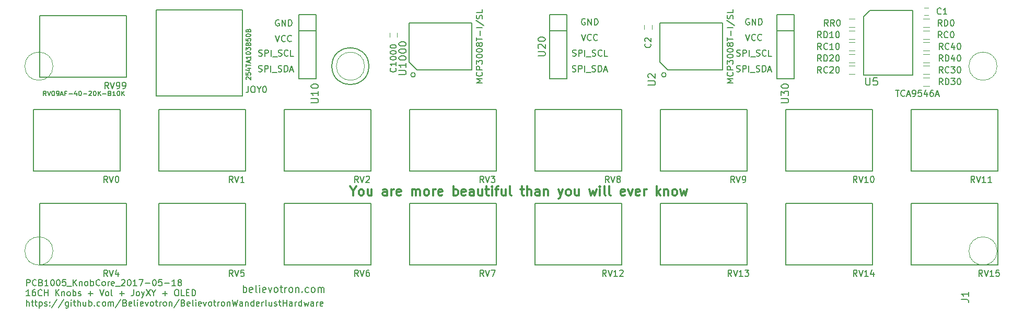
<source format=gbr>
G04 #@! TF.FileFunction,Legend,Top*
%FSLAX46Y46*%
G04 Gerber Fmt 4.6, Leading zero omitted, Abs format (unit mm)*
G04 Created by KiCad (PCBNEW 4.0.4-stable) date 05/18/17 20:07:39*
%MOMM*%
%LPD*%
G01*
G04 APERTURE LIST*
%ADD10C,0.100000*%
%ADD11C,0.150000*%
%ADD12C,0.200000*%
%ADD13C,0.187500*%
%ADD14C,0.300000*%
%ADD15C,0.120000*%
G04 APERTURE END LIST*
D10*
D11*
X116022381Y37299048D02*
X115022381Y37299048D01*
X115736667Y37632382D01*
X115022381Y37965715D01*
X116022381Y37965715D01*
X115927143Y39013334D02*
X115974762Y38965715D01*
X116022381Y38822858D01*
X116022381Y38727620D01*
X115974762Y38584762D01*
X115879524Y38489524D01*
X115784286Y38441905D01*
X115593810Y38394286D01*
X115450952Y38394286D01*
X115260476Y38441905D01*
X115165238Y38489524D01*
X115070000Y38584762D01*
X115022381Y38727620D01*
X115022381Y38822858D01*
X115070000Y38965715D01*
X115117619Y39013334D01*
X116022381Y39441905D02*
X115022381Y39441905D01*
X115022381Y39822858D01*
X115070000Y39918096D01*
X115117619Y39965715D01*
X115212857Y40013334D01*
X115355714Y40013334D01*
X115450952Y39965715D01*
X115498571Y39918096D01*
X115546190Y39822858D01*
X115546190Y39441905D01*
X115022381Y40346667D02*
X115022381Y40965715D01*
X115403333Y40632381D01*
X115403333Y40775239D01*
X115450952Y40870477D01*
X115498571Y40918096D01*
X115593810Y40965715D01*
X115831905Y40965715D01*
X115927143Y40918096D01*
X115974762Y40870477D01*
X116022381Y40775239D01*
X116022381Y40489524D01*
X115974762Y40394286D01*
X115927143Y40346667D01*
X115022381Y41584762D02*
X115022381Y41680001D01*
X115070000Y41775239D01*
X115117619Y41822858D01*
X115212857Y41870477D01*
X115403333Y41918096D01*
X115641429Y41918096D01*
X115831905Y41870477D01*
X115927143Y41822858D01*
X115974762Y41775239D01*
X116022381Y41680001D01*
X116022381Y41584762D01*
X115974762Y41489524D01*
X115927143Y41441905D01*
X115831905Y41394286D01*
X115641429Y41346667D01*
X115403333Y41346667D01*
X115212857Y41394286D01*
X115117619Y41441905D01*
X115070000Y41489524D01*
X115022381Y41584762D01*
X115022381Y42537143D02*
X115022381Y42632382D01*
X115070000Y42727620D01*
X115117619Y42775239D01*
X115212857Y42822858D01*
X115403333Y42870477D01*
X115641429Y42870477D01*
X115831905Y42822858D01*
X115927143Y42775239D01*
X115974762Y42727620D01*
X116022381Y42632382D01*
X116022381Y42537143D01*
X115974762Y42441905D01*
X115927143Y42394286D01*
X115831905Y42346667D01*
X115641429Y42299048D01*
X115403333Y42299048D01*
X115212857Y42346667D01*
X115117619Y42394286D01*
X115070000Y42441905D01*
X115022381Y42537143D01*
X115450952Y43441905D02*
X115403333Y43346667D01*
X115355714Y43299048D01*
X115260476Y43251429D01*
X115212857Y43251429D01*
X115117619Y43299048D01*
X115070000Y43346667D01*
X115022381Y43441905D01*
X115022381Y43632382D01*
X115070000Y43727620D01*
X115117619Y43775239D01*
X115212857Y43822858D01*
X115260476Y43822858D01*
X115355714Y43775239D01*
X115403333Y43727620D01*
X115450952Y43632382D01*
X115450952Y43441905D01*
X115498571Y43346667D01*
X115546190Y43299048D01*
X115641429Y43251429D01*
X115831905Y43251429D01*
X115927143Y43299048D01*
X115974762Y43346667D01*
X116022381Y43441905D01*
X116022381Y43632382D01*
X115974762Y43727620D01*
X115927143Y43775239D01*
X115831905Y43822858D01*
X115641429Y43822858D01*
X115546190Y43775239D01*
X115498571Y43727620D01*
X115450952Y43632382D01*
X115022381Y44108572D02*
X115022381Y44680001D01*
X116022381Y44394286D02*
X115022381Y44394286D01*
X115641429Y45013334D02*
X115641429Y45775239D01*
X116022381Y46251429D02*
X115022381Y46251429D01*
X114974762Y47441905D02*
X116260476Y46584762D01*
X115974762Y47727619D02*
X116022381Y47870476D01*
X116022381Y48108572D01*
X115974762Y48203810D01*
X115927143Y48251429D01*
X115831905Y48299048D01*
X115736667Y48299048D01*
X115641429Y48251429D01*
X115593810Y48203810D01*
X115546190Y48108572D01*
X115498571Y47918095D01*
X115450952Y47822857D01*
X115403333Y47775238D01*
X115308095Y47727619D01*
X115212857Y47727619D01*
X115117619Y47775238D01*
X115070000Y47822857D01*
X115022381Y47918095D01*
X115022381Y48156191D01*
X115070000Y48299048D01*
X116022381Y49203810D02*
X116022381Y48727619D01*
X115022381Y48727619D01*
X142335238Y36107619D02*
X142906667Y36107619D01*
X142620952Y35107619D02*
X142620952Y36107619D01*
X143811429Y35202857D02*
X143763810Y35155238D01*
X143620953Y35107619D01*
X143525715Y35107619D01*
X143382857Y35155238D01*
X143287619Y35250476D01*
X143240000Y35345714D01*
X143192381Y35536190D01*
X143192381Y35679048D01*
X143240000Y35869524D01*
X143287619Y35964762D01*
X143382857Y36060000D01*
X143525715Y36107619D01*
X143620953Y36107619D01*
X143763810Y36060000D01*
X143811429Y36012381D01*
X144192381Y35393333D02*
X144668572Y35393333D01*
X144097143Y35107619D02*
X144430476Y36107619D01*
X144763810Y35107619D01*
X145144762Y35107619D02*
X145335238Y35107619D01*
X145430477Y35155238D01*
X145478096Y35202857D01*
X145573334Y35345714D01*
X145620953Y35536190D01*
X145620953Y35917143D01*
X145573334Y36012381D01*
X145525715Y36060000D01*
X145430477Y36107619D01*
X145240000Y36107619D01*
X145144762Y36060000D01*
X145097143Y36012381D01*
X145049524Y35917143D01*
X145049524Y35679048D01*
X145097143Y35583810D01*
X145144762Y35536190D01*
X145240000Y35488571D01*
X145430477Y35488571D01*
X145525715Y35536190D01*
X145573334Y35583810D01*
X145620953Y35679048D01*
X146525715Y36107619D02*
X146049524Y36107619D01*
X146001905Y35631429D01*
X146049524Y35679048D01*
X146144762Y35726667D01*
X146382858Y35726667D01*
X146478096Y35679048D01*
X146525715Y35631429D01*
X146573334Y35536190D01*
X146573334Y35298095D01*
X146525715Y35202857D01*
X146478096Y35155238D01*
X146382858Y35107619D01*
X146144762Y35107619D01*
X146049524Y35155238D01*
X146001905Y35202857D01*
X147430477Y35774286D02*
X147430477Y35107619D01*
X147192381Y36155238D02*
X146954286Y35440952D01*
X147573334Y35440952D01*
X148382858Y36107619D02*
X148192381Y36107619D01*
X148097143Y36060000D01*
X148049524Y36012381D01*
X147954286Y35869524D01*
X147906667Y35679048D01*
X147906667Y35298095D01*
X147954286Y35202857D01*
X148001905Y35155238D01*
X148097143Y35107619D01*
X148287620Y35107619D01*
X148382858Y35155238D01*
X148430477Y35202857D01*
X148478096Y35298095D01*
X148478096Y35536190D01*
X148430477Y35631429D01*
X148382858Y35679048D01*
X148287620Y35726667D01*
X148097143Y35726667D01*
X148001905Y35679048D01*
X147954286Y35631429D01*
X147906667Y35536190D01*
X148859048Y35393333D02*
X149335239Y35393333D01*
X148763810Y35107619D02*
X149097143Y36107619D01*
X149430477Y35107619D01*
D12*
X56975000Y40005000D02*
G75*
G03X56975000Y40005000I-3000000J0D01*
G01*
D13*
X37125714Y37838570D02*
X37090000Y37874284D01*
X37054286Y37945713D01*
X37054286Y38124284D01*
X37090000Y38195713D01*
X37125714Y38231427D01*
X37197143Y38267142D01*
X37268571Y38267142D01*
X37375714Y38231427D01*
X37804286Y37802856D01*
X37804286Y38267142D01*
X37054286Y38945713D02*
X37054286Y38588570D01*
X37411429Y38552856D01*
X37375714Y38588570D01*
X37340000Y38659999D01*
X37340000Y38838570D01*
X37375714Y38909999D01*
X37411429Y38945713D01*
X37482857Y38981428D01*
X37661429Y38981428D01*
X37732857Y38945713D01*
X37768571Y38909999D01*
X37804286Y38838570D01*
X37804286Y38659999D01*
X37768571Y38588570D01*
X37732857Y38552856D01*
X37304286Y39624285D02*
X37804286Y39624285D01*
X37018571Y39445714D02*
X37554286Y39267142D01*
X37554286Y39731428D01*
X37054286Y39910000D02*
X37054286Y40338571D01*
X37804286Y40124285D02*
X37054286Y40124285D01*
X37590000Y40552857D02*
X37590000Y40910000D01*
X37804286Y40481429D02*
X37054286Y40731429D01*
X37804286Y40981429D01*
X37804286Y41624286D02*
X37804286Y41195714D01*
X37804286Y41410000D02*
X37054286Y41410000D01*
X37161429Y41338571D01*
X37232857Y41267143D01*
X37268571Y41195714D01*
X37054286Y42088572D02*
X37054286Y42160000D01*
X37090000Y42231429D01*
X37125714Y42267143D01*
X37197143Y42302857D01*
X37340000Y42338572D01*
X37518571Y42338572D01*
X37661429Y42302857D01*
X37732857Y42267143D01*
X37768571Y42231429D01*
X37804286Y42160000D01*
X37804286Y42088572D01*
X37768571Y42017143D01*
X37732857Y41981429D01*
X37661429Y41945714D01*
X37518571Y41910000D01*
X37340000Y41910000D01*
X37197143Y41945714D01*
X37125714Y41981429D01*
X37090000Y42017143D01*
X37054286Y42088572D01*
X37054286Y42588572D02*
X37054286Y43052858D01*
X37340000Y42802858D01*
X37340000Y42910000D01*
X37375714Y42981429D01*
X37411429Y43017143D01*
X37482857Y43052858D01*
X37661429Y43052858D01*
X37732857Y43017143D01*
X37768571Y42981429D01*
X37804286Y42910000D01*
X37804286Y42695715D01*
X37768571Y42624286D01*
X37732857Y42588572D01*
X37411429Y43624286D02*
X37447143Y43731429D01*
X37482857Y43767144D01*
X37554286Y43802858D01*
X37661429Y43802858D01*
X37732857Y43767144D01*
X37768571Y43731429D01*
X37804286Y43660001D01*
X37804286Y43374286D01*
X37054286Y43374286D01*
X37054286Y43624286D01*
X37090000Y43695715D01*
X37125714Y43731429D01*
X37197143Y43767144D01*
X37268571Y43767144D01*
X37340000Y43731429D01*
X37375714Y43695715D01*
X37411429Y43624286D01*
X37411429Y43374286D01*
X37054286Y44481429D02*
X37054286Y44124286D01*
X37411429Y44088572D01*
X37375714Y44124286D01*
X37340000Y44195715D01*
X37340000Y44374286D01*
X37375714Y44445715D01*
X37411429Y44481429D01*
X37482857Y44517144D01*
X37661429Y44517144D01*
X37732857Y44481429D01*
X37768571Y44445715D01*
X37804286Y44374286D01*
X37804286Y44195715D01*
X37768571Y44124286D01*
X37732857Y44088572D01*
X37054286Y44981430D02*
X37054286Y45052858D01*
X37090000Y45124287D01*
X37125714Y45160001D01*
X37197143Y45195715D01*
X37340000Y45231430D01*
X37518571Y45231430D01*
X37661429Y45195715D01*
X37732857Y45160001D01*
X37768571Y45124287D01*
X37804286Y45052858D01*
X37804286Y44981430D01*
X37768571Y44910001D01*
X37732857Y44874287D01*
X37661429Y44838572D01*
X37518571Y44802858D01*
X37340000Y44802858D01*
X37197143Y44838572D01*
X37125714Y44874287D01*
X37090000Y44910001D01*
X37054286Y44981430D01*
X37411429Y45802858D02*
X37447143Y45910001D01*
X37482857Y45945716D01*
X37554286Y45981430D01*
X37661429Y45981430D01*
X37732857Y45945716D01*
X37768571Y45910001D01*
X37804286Y45838573D01*
X37804286Y45552858D01*
X37054286Y45552858D01*
X37054286Y45802858D01*
X37090000Y45874287D01*
X37125714Y45910001D01*
X37197143Y45945716D01*
X37268571Y45945716D01*
X37340000Y45910001D01*
X37375714Y45874287D01*
X37411429Y45802858D01*
X37411429Y45552858D01*
X4687857Y35220714D02*
X4437857Y35577857D01*
X4259285Y35220714D02*
X4259285Y35970714D01*
X4545000Y35970714D01*
X4616428Y35935000D01*
X4652143Y35899286D01*
X4687857Y35827857D01*
X4687857Y35720714D01*
X4652143Y35649286D01*
X4616428Y35613571D01*
X4545000Y35577857D01*
X4259285Y35577857D01*
X4902143Y35970714D02*
X5152143Y35220714D01*
X5402143Y35970714D01*
X5795000Y35970714D02*
X5866428Y35970714D01*
X5937857Y35935000D01*
X5973571Y35899286D01*
X6009285Y35827857D01*
X6045000Y35685000D01*
X6045000Y35506429D01*
X6009285Y35363571D01*
X5973571Y35292143D01*
X5937857Y35256429D01*
X5866428Y35220714D01*
X5795000Y35220714D01*
X5723571Y35256429D01*
X5687857Y35292143D01*
X5652142Y35363571D01*
X5616428Y35506429D01*
X5616428Y35685000D01*
X5652142Y35827857D01*
X5687857Y35899286D01*
X5723571Y35935000D01*
X5795000Y35970714D01*
X6402143Y35220714D02*
X6545000Y35220714D01*
X6616428Y35256429D01*
X6652143Y35292143D01*
X6723571Y35399286D01*
X6759286Y35542143D01*
X6759286Y35827857D01*
X6723571Y35899286D01*
X6687857Y35935000D01*
X6616428Y35970714D01*
X6473571Y35970714D01*
X6402143Y35935000D01*
X6366428Y35899286D01*
X6330714Y35827857D01*
X6330714Y35649286D01*
X6366428Y35577857D01*
X6402143Y35542143D01*
X6473571Y35506429D01*
X6616428Y35506429D01*
X6687857Y35542143D01*
X6723571Y35577857D01*
X6759286Y35649286D01*
X7045000Y35435000D02*
X7402143Y35435000D01*
X6973572Y35220714D02*
X7223572Y35970714D01*
X7473572Y35220714D01*
X7973571Y35613571D02*
X7723571Y35613571D01*
X7723571Y35220714D02*
X7723571Y35970714D01*
X8080714Y35970714D01*
X8366428Y35506429D02*
X8937857Y35506429D01*
X9616428Y35720714D02*
X9616428Y35220714D01*
X9437857Y36006429D02*
X9259285Y35470714D01*
X9723571Y35470714D01*
X10152143Y35970714D02*
X10223571Y35970714D01*
X10295000Y35935000D01*
X10330714Y35899286D01*
X10366428Y35827857D01*
X10402143Y35685000D01*
X10402143Y35506429D01*
X10366428Y35363571D01*
X10330714Y35292143D01*
X10295000Y35256429D01*
X10223571Y35220714D01*
X10152143Y35220714D01*
X10080714Y35256429D01*
X10045000Y35292143D01*
X10009285Y35363571D01*
X9973571Y35506429D01*
X9973571Y35685000D01*
X10009285Y35827857D01*
X10045000Y35899286D01*
X10080714Y35935000D01*
X10152143Y35970714D01*
X10723571Y35506429D02*
X11295000Y35506429D01*
X11616428Y35899286D02*
X11652142Y35935000D01*
X11723571Y35970714D01*
X11902142Y35970714D01*
X11973571Y35935000D01*
X12009285Y35899286D01*
X12045000Y35827857D01*
X12045000Y35756429D01*
X12009285Y35649286D01*
X11580714Y35220714D01*
X12045000Y35220714D01*
X12509286Y35970714D02*
X12580714Y35970714D01*
X12652143Y35935000D01*
X12687857Y35899286D01*
X12723571Y35827857D01*
X12759286Y35685000D01*
X12759286Y35506429D01*
X12723571Y35363571D01*
X12687857Y35292143D01*
X12652143Y35256429D01*
X12580714Y35220714D01*
X12509286Y35220714D01*
X12437857Y35256429D01*
X12402143Y35292143D01*
X12366428Y35363571D01*
X12330714Y35506429D01*
X12330714Y35685000D01*
X12366428Y35827857D01*
X12402143Y35899286D01*
X12437857Y35935000D01*
X12509286Y35970714D01*
X13080714Y35220714D02*
X13080714Y35970714D01*
X13509286Y35220714D02*
X13187857Y35649286D01*
X13509286Y35970714D02*
X13080714Y35542143D01*
X13830714Y35506429D02*
X14402143Y35506429D01*
X15009285Y35613571D02*
X15116428Y35577857D01*
X15152143Y35542143D01*
X15187857Y35470714D01*
X15187857Y35363571D01*
X15152143Y35292143D01*
X15116428Y35256429D01*
X15045000Y35220714D01*
X14759285Y35220714D01*
X14759285Y35970714D01*
X15009285Y35970714D01*
X15080714Y35935000D01*
X15116428Y35899286D01*
X15152143Y35827857D01*
X15152143Y35756429D01*
X15116428Y35685000D01*
X15080714Y35649286D01*
X15009285Y35613571D01*
X14759285Y35613571D01*
X15902143Y35220714D02*
X15473571Y35220714D01*
X15687857Y35220714D02*
X15687857Y35970714D01*
X15616428Y35863571D01*
X15545000Y35792143D01*
X15473571Y35756429D01*
X16366429Y35970714D02*
X16437857Y35970714D01*
X16509286Y35935000D01*
X16545000Y35899286D01*
X16580714Y35827857D01*
X16616429Y35685000D01*
X16616429Y35506429D01*
X16580714Y35363571D01*
X16545000Y35292143D01*
X16509286Y35256429D01*
X16437857Y35220714D01*
X16366429Y35220714D01*
X16295000Y35256429D01*
X16259286Y35292143D01*
X16223571Y35363571D01*
X16187857Y35506429D01*
X16187857Y35685000D01*
X16223571Y35827857D01*
X16259286Y35899286D01*
X16295000Y35935000D01*
X16366429Y35970714D01*
X16937857Y35220714D02*
X16937857Y35970714D01*
X17366429Y35220714D02*
X17045000Y35649286D01*
X17366429Y35970714D02*
X16937857Y35542143D01*
D11*
X75382381Y37299048D02*
X74382381Y37299048D01*
X75096667Y37632382D01*
X74382381Y37965715D01*
X75382381Y37965715D01*
X75287143Y39013334D02*
X75334762Y38965715D01*
X75382381Y38822858D01*
X75382381Y38727620D01*
X75334762Y38584762D01*
X75239524Y38489524D01*
X75144286Y38441905D01*
X74953810Y38394286D01*
X74810952Y38394286D01*
X74620476Y38441905D01*
X74525238Y38489524D01*
X74430000Y38584762D01*
X74382381Y38727620D01*
X74382381Y38822858D01*
X74430000Y38965715D01*
X74477619Y39013334D01*
X75382381Y39441905D02*
X74382381Y39441905D01*
X74382381Y39822858D01*
X74430000Y39918096D01*
X74477619Y39965715D01*
X74572857Y40013334D01*
X74715714Y40013334D01*
X74810952Y39965715D01*
X74858571Y39918096D01*
X74906190Y39822858D01*
X74906190Y39441905D01*
X74382381Y40346667D02*
X74382381Y40965715D01*
X74763333Y40632381D01*
X74763333Y40775239D01*
X74810952Y40870477D01*
X74858571Y40918096D01*
X74953810Y40965715D01*
X75191905Y40965715D01*
X75287143Y40918096D01*
X75334762Y40870477D01*
X75382381Y40775239D01*
X75382381Y40489524D01*
X75334762Y40394286D01*
X75287143Y40346667D01*
X74382381Y41584762D02*
X74382381Y41680001D01*
X74430000Y41775239D01*
X74477619Y41822858D01*
X74572857Y41870477D01*
X74763333Y41918096D01*
X75001429Y41918096D01*
X75191905Y41870477D01*
X75287143Y41822858D01*
X75334762Y41775239D01*
X75382381Y41680001D01*
X75382381Y41584762D01*
X75334762Y41489524D01*
X75287143Y41441905D01*
X75191905Y41394286D01*
X75001429Y41346667D01*
X74763333Y41346667D01*
X74572857Y41394286D01*
X74477619Y41441905D01*
X74430000Y41489524D01*
X74382381Y41584762D01*
X74382381Y42537143D02*
X74382381Y42632382D01*
X74430000Y42727620D01*
X74477619Y42775239D01*
X74572857Y42822858D01*
X74763333Y42870477D01*
X75001429Y42870477D01*
X75191905Y42822858D01*
X75287143Y42775239D01*
X75334762Y42727620D01*
X75382381Y42632382D01*
X75382381Y42537143D01*
X75334762Y42441905D01*
X75287143Y42394286D01*
X75191905Y42346667D01*
X75001429Y42299048D01*
X74763333Y42299048D01*
X74572857Y42346667D01*
X74477619Y42394286D01*
X74430000Y42441905D01*
X74382381Y42537143D01*
X74810952Y43441905D02*
X74763333Y43346667D01*
X74715714Y43299048D01*
X74620476Y43251429D01*
X74572857Y43251429D01*
X74477619Y43299048D01*
X74430000Y43346667D01*
X74382381Y43441905D01*
X74382381Y43632382D01*
X74430000Y43727620D01*
X74477619Y43775239D01*
X74572857Y43822858D01*
X74620476Y43822858D01*
X74715714Y43775239D01*
X74763333Y43727620D01*
X74810952Y43632382D01*
X74810952Y43441905D01*
X74858571Y43346667D01*
X74906190Y43299048D01*
X75001429Y43251429D01*
X75191905Y43251429D01*
X75287143Y43299048D01*
X75334762Y43346667D01*
X75382381Y43441905D01*
X75382381Y43632382D01*
X75334762Y43727620D01*
X75287143Y43775239D01*
X75191905Y43822858D01*
X75001429Y43822858D01*
X74906190Y43775239D01*
X74858571Y43727620D01*
X74810952Y43632382D01*
X74382381Y44108572D02*
X74382381Y44680001D01*
X75382381Y44394286D02*
X74382381Y44394286D01*
X75001429Y45013334D02*
X75001429Y45775239D01*
X75382381Y46251429D02*
X74382381Y46251429D01*
X74334762Y47441905D02*
X75620476Y46584762D01*
X75334762Y47727619D02*
X75382381Y47870476D01*
X75382381Y48108572D01*
X75334762Y48203810D01*
X75287143Y48251429D01*
X75191905Y48299048D01*
X75096667Y48299048D01*
X75001429Y48251429D01*
X74953810Y48203810D01*
X74906190Y48108572D01*
X74858571Y47918095D01*
X74810952Y47822857D01*
X74763333Y47775238D01*
X74668095Y47727619D01*
X74572857Y47727619D01*
X74477619Y47775238D01*
X74430000Y47822857D01*
X74382381Y47918095D01*
X74382381Y48156191D01*
X74430000Y48299048D01*
X75382381Y49203810D02*
X75382381Y48727619D01*
X74382381Y48727619D01*
X36635954Y3289762D02*
X36635954Y4439762D01*
X36635954Y4001667D02*
X36745477Y4056429D01*
X36964525Y4056429D01*
X37074049Y4001667D01*
X37128811Y3946905D01*
X37183573Y3837381D01*
X37183573Y3508810D01*
X37128811Y3399286D01*
X37074049Y3344524D01*
X36964525Y3289762D01*
X36745477Y3289762D01*
X36635954Y3344524D01*
X38114525Y3344524D02*
X38005001Y3289762D01*
X37785953Y3289762D01*
X37676430Y3344524D01*
X37621668Y3454048D01*
X37621668Y3892143D01*
X37676430Y4001667D01*
X37785953Y4056429D01*
X38005001Y4056429D01*
X38114525Y4001667D01*
X38169287Y3892143D01*
X38169287Y3782619D01*
X37621668Y3673095D01*
X38826429Y3289762D02*
X38716905Y3344524D01*
X38662144Y3454048D01*
X38662144Y4439762D01*
X39264525Y3289762D02*
X39264525Y4056429D01*
X39264525Y4439762D02*
X39209763Y4385000D01*
X39264525Y4330238D01*
X39319286Y4385000D01*
X39264525Y4439762D01*
X39264525Y4330238D01*
X40250239Y3344524D02*
X40140715Y3289762D01*
X39921667Y3289762D01*
X39812144Y3344524D01*
X39757382Y3454048D01*
X39757382Y3892143D01*
X39812144Y4001667D01*
X39921667Y4056429D01*
X40140715Y4056429D01*
X40250239Y4001667D01*
X40305001Y3892143D01*
X40305001Y3782619D01*
X39757382Y3673095D01*
X40688334Y4056429D02*
X40962143Y3289762D01*
X41235953Y4056429D01*
X41838333Y3289762D02*
X41728809Y3344524D01*
X41674048Y3399286D01*
X41619286Y3508810D01*
X41619286Y3837381D01*
X41674048Y3946905D01*
X41728809Y4001667D01*
X41838333Y4056429D01*
X42002619Y4056429D01*
X42112143Y4001667D01*
X42166905Y3946905D01*
X42221667Y3837381D01*
X42221667Y3508810D01*
X42166905Y3399286D01*
X42112143Y3344524D01*
X42002619Y3289762D01*
X41838333Y3289762D01*
X42550238Y4056429D02*
X42988333Y4056429D01*
X42714524Y4439762D02*
X42714524Y3454048D01*
X42769285Y3344524D01*
X42878809Y3289762D01*
X42988333Y3289762D01*
X43371667Y3289762D02*
X43371667Y4056429D01*
X43371667Y3837381D02*
X43426428Y3946905D01*
X43481190Y4001667D01*
X43590714Y4056429D01*
X43700238Y4056429D01*
X44247857Y3289762D02*
X44138333Y3344524D01*
X44083572Y3399286D01*
X44028810Y3508810D01*
X44028810Y3837381D01*
X44083572Y3946905D01*
X44138333Y4001667D01*
X44247857Y4056429D01*
X44412143Y4056429D01*
X44521667Y4001667D01*
X44576429Y3946905D01*
X44631191Y3837381D01*
X44631191Y3508810D01*
X44576429Y3399286D01*
X44521667Y3344524D01*
X44412143Y3289762D01*
X44247857Y3289762D01*
X45124048Y4056429D02*
X45124048Y3289762D01*
X45124048Y3946905D02*
X45178809Y4001667D01*
X45288333Y4056429D01*
X45452619Y4056429D01*
X45562143Y4001667D01*
X45616905Y3892143D01*
X45616905Y3289762D01*
X46164524Y3399286D02*
X46219285Y3344524D01*
X46164524Y3289762D01*
X46109762Y3344524D01*
X46164524Y3399286D01*
X46164524Y3289762D01*
X47205000Y3344524D02*
X47095476Y3289762D01*
X46876428Y3289762D01*
X46766904Y3344524D01*
X46712143Y3399286D01*
X46657381Y3508810D01*
X46657381Y3837381D01*
X46712143Y3946905D01*
X46766904Y4001667D01*
X46876428Y4056429D01*
X47095476Y4056429D01*
X47205000Y4001667D01*
X47862142Y3289762D02*
X47752618Y3344524D01*
X47697857Y3399286D01*
X47643095Y3508810D01*
X47643095Y3837381D01*
X47697857Y3946905D01*
X47752618Y4001667D01*
X47862142Y4056429D01*
X48026428Y4056429D01*
X48135952Y4001667D01*
X48190714Y3946905D01*
X48245476Y3837381D01*
X48245476Y3508810D01*
X48190714Y3399286D01*
X48135952Y3344524D01*
X48026428Y3289762D01*
X47862142Y3289762D01*
X48738333Y3289762D02*
X48738333Y4056429D01*
X48738333Y3946905D02*
X48793094Y4001667D01*
X48902618Y4056429D01*
X49066904Y4056429D01*
X49176428Y4001667D01*
X49231190Y3892143D01*
X49231190Y3289762D01*
X49231190Y3892143D02*
X49285952Y4001667D01*
X49395475Y4056429D01*
X49559761Y4056429D01*
X49669285Y4001667D01*
X49724047Y3892143D01*
X49724047Y3289762D01*
D14*
X54422858Y19720714D02*
X54422858Y19006429D01*
X53922858Y20506429D02*
X54422858Y19720714D01*
X54922858Y20506429D01*
X55637144Y19006429D02*
X55494286Y19077857D01*
X55422858Y19149286D01*
X55351429Y19292143D01*
X55351429Y19720714D01*
X55422858Y19863571D01*
X55494286Y19935000D01*
X55637144Y20006429D01*
X55851429Y20006429D01*
X55994286Y19935000D01*
X56065715Y19863571D01*
X56137144Y19720714D01*
X56137144Y19292143D01*
X56065715Y19149286D01*
X55994286Y19077857D01*
X55851429Y19006429D01*
X55637144Y19006429D01*
X57422858Y20006429D02*
X57422858Y19006429D01*
X56780001Y20006429D02*
X56780001Y19220714D01*
X56851429Y19077857D01*
X56994287Y19006429D01*
X57208572Y19006429D01*
X57351429Y19077857D01*
X57422858Y19149286D01*
X59922858Y19006429D02*
X59922858Y19792143D01*
X59851429Y19935000D01*
X59708572Y20006429D01*
X59422858Y20006429D01*
X59280001Y19935000D01*
X59922858Y19077857D02*
X59780001Y19006429D01*
X59422858Y19006429D01*
X59280001Y19077857D01*
X59208572Y19220714D01*
X59208572Y19363571D01*
X59280001Y19506429D01*
X59422858Y19577857D01*
X59780001Y19577857D01*
X59922858Y19649286D01*
X60637144Y19006429D02*
X60637144Y20006429D01*
X60637144Y19720714D02*
X60708572Y19863571D01*
X60780001Y19935000D01*
X60922858Y20006429D01*
X61065715Y20006429D01*
X62137143Y19077857D02*
X61994286Y19006429D01*
X61708572Y19006429D01*
X61565715Y19077857D01*
X61494286Y19220714D01*
X61494286Y19792143D01*
X61565715Y19935000D01*
X61708572Y20006429D01*
X61994286Y20006429D01*
X62137143Y19935000D01*
X62208572Y19792143D01*
X62208572Y19649286D01*
X61494286Y19506429D01*
X63994286Y19006429D02*
X63994286Y20006429D01*
X63994286Y19863571D02*
X64065714Y19935000D01*
X64208572Y20006429D01*
X64422857Y20006429D01*
X64565714Y19935000D01*
X64637143Y19792143D01*
X64637143Y19006429D01*
X64637143Y19792143D02*
X64708572Y19935000D01*
X64851429Y20006429D01*
X65065714Y20006429D01*
X65208572Y19935000D01*
X65280000Y19792143D01*
X65280000Y19006429D01*
X66208572Y19006429D02*
X66065714Y19077857D01*
X65994286Y19149286D01*
X65922857Y19292143D01*
X65922857Y19720714D01*
X65994286Y19863571D01*
X66065714Y19935000D01*
X66208572Y20006429D01*
X66422857Y20006429D01*
X66565714Y19935000D01*
X66637143Y19863571D01*
X66708572Y19720714D01*
X66708572Y19292143D01*
X66637143Y19149286D01*
X66565714Y19077857D01*
X66422857Y19006429D01*
X66208572Y19006429D01*
X67351429Y19006429D02*
X67351429Y20006429D01*
X67351429Y19720714D02*
X67422857Y19863571D01*
X67494286Y19935000D01*
X67637143Y20006429D01*
X67780000Y20006429D01*
X68851428Y19077857D02*
X68708571Y19006429D01*
X68422857Y19006429D01*
X68280000Y19077857D01*
X68208571Y19220714D01*
X68208571Y19792143D01*
X68280000Y19935000D01*
X68422857Y20006429D01*
X68708571Y20006429D01*
X68851428Y19935000D01*
X68922857Y19792143D01*
X68922857Y19649286D01*
X68208571Y19506429D01*
X70708571Y19006429D02*
X70708571Y20506429D01*
X70708571Y19935000D02*
X70851428Y20006429D01*
X71137142Y20006429D01*
X71279999Y19935000D01*
X71351428Y19863571D01*
X71422857Y19720714D01*
X71422857Y19292143D01*
X71351428Y19149286D01*
X71279999Y19077857D01*
X71137142Y19006429D01*
X70851428Y19006429D01*
X70708571Y19077857D01*
X72637142Y19077857D02*
X72494285Y19006429D01*
X72208571Y19006429D01*
X72065714Y19077857D01*
X71994285Y19220714D01*
X71994285Y19792143D01*
X72065714Y19935000D01*
X72208571Y20006429D01*
X72494285Y20006429D01*
X72637142Y19935000D01*
X72708571Y19792143D01*
X72708571Y19649286D01*
X71994285Y19506429D01*
X73994285Y19006429D02*
X73994285Y19792143D01*
X73922856Y19935000D01*
X73779999Y20006429D01*
X73494285Y20006429D01*
X73351428Y19935000D01*
X73994285Y19077857D02*
X73851428Y19006429D01*
X73494285Y19006429D01*
X73351428Y19077857D01*
X73279999Y19220714D01*
X73279999Y19363571D01*
X73351428Y19506429D01*
X73494285Y19577857D01*
X73851428Y19577857D01*
X73994285Y19649286D01*
X75351428Y20006429D02*
X75351428Y19006429D01*
X74708571Y20006429D02*
X74708571Y19220714D01*
X74779999Y19077857D01*
X74922857Y19006429D01*
X75137142Y19006429D01*
X75279999Y19077857D01*
X75351428Y19149286D01*
X75851428Y20006429D02*
X76422857Y20006429D01*
X76065714Y20506429D02*
X76065714Y19220714D01*
X76137142Y19077857D01*
X76280000Y19006429D01*
X76422857Y19006429D01*
X76922857Y19006429D02*
X76922857Y20006429D01*
X76922857Y20506429D02*
X76851428Y20435000D01*
X76922857Y20363571D01*
X76994285Y20435000D01*
X76922857Y20506429D01*
X76922857Y20363571D01*
X77422857Y20006429D02*
X77994286Y20006429D01*
X77637143Y19006429D02*
X77637143Y20292143D01*
X77708571Y20435000D01*
X77851429Y20506429D01*
X77994286Y20506429D01*
X79137143Y20006429D02*
X79137143Y19006429D01*
X78494286Y20006429D02*
X78494286Y19220714D01*
X78565714Y19077857D01*
X78708572Y19006429D01*
X78922857Y19006429D01*
X79065714Y19077857D01*
X79137143Y19149286D01*
X80065715Y19006429D02*
X79922857Y19077857D01*
X79851429Y19220714D01*
X79851429Y20506429D01*
X81565714Y20006429D02*
X82137143Y20006429D01*
X81780000Y20506429D02*
X81780000Y19220714D01*
X81851428Y19077857D01*
X81994286Y19006429D01*
X82137143Y19006429D01*
X82637143Y19006429D02*
X82637143Y20506429D01*
X83280000Y19006429D02*
X83280000Y19792143D01*
X83208571Y19935000D01*
X83065714Y20006429D01*
X82851429Y20006429D01*
X82708571Y19935000D01*
X82637143Y19863571D01*
X84637143Y19006429D02*
X84637143Y19792143D01*
X84565714Y19935000D01*
X84422857Y20006429D01*
X84137143Y20006429D01*
X83994286Y19935000D01*
X84637143Y19077857D02*
X84494286Y19006429D01*
X84137143Y19006429D01*
X83994286Y19077857D01*
X83922857Y19220714D01*
X83922857Y19363571D01*
X83994286Y19506429D01*
X84137143Y19577857D01*
X84494286Y19577857D01*
X84637143Y19649286D01*
X85351429Y20006429D02*
X85351429Y19006429D01*
X85351429Y19863571D02*
X85422857Y19935000D01*
X85565715Y20006429D01*
X85780000Y20006429D01*
X85922857Y19935000D01*
X85994286Y19792143D01*
X85994286Y19006429D01*
X87708572Y20006429D02*
X88065715Y19006429D01*
X88422857Y20006429D02*
X88065715Y19006429D01*
X87922857Y18649286D01*
X87851429Y18577857D01*
X87708572Y18506429D01*
X89208572Y19006429D02*
X89065714Y19077857D01*
X88994286Y19149286D01*
X88922857Y19292143D01*
X88922857Y19720714D01*
X88994286Y19863571D01*
X89065714Y19935000D01*
X89208572Y20006429D01*
X89422857Y20006429D01*
X89565714Y19935000D01*
X89637143Y19863571D01*
X89708572Y19720714D01*
X89708572Y19292143D01*
X89637143Y19149286D01*
X89565714Y19077857D01*
X89422857Y19006429D01*
X89208572Y19006429D01*
X90994286Y20006429D02*
X90994286Y19006429D01*
X90351429Y20006429D02*
X90351429Y19220714D01*
X90422857Y19077857D01*
X90565715Y19006429D01*
X90780000Y19006429D01*
X90922857Y19077857D01*
X90994286Y19149286D01*
X92708572Y20006429D02*
X92994286Y19006429D01*
X93280000Y19720714D01*
X93565715Y19006429D01*
X93851429Y20006429D01*
X94422858Y19006429D02*
X94422858Y20006429D01*
X94422858Y20506429D02*
X94351429Y20435000D01*
X94422858Y20363571D01*
X94494286Y20435000D01*
X94422858Y20506429D01*
X94422858Y20363571D01*
X95351430Y19006429D02*
X95208572Y19077857D01*
X95137144Y19220714D01*
X95137144Y20506429D01*
X96137144Y19006429D02*
X95994286Y19077857D01*
X95922858Y19220714D01*
X95922858Y20506429D01*
X98422857Y19077857D02*
X98280000Y19006429D01*
X97994286Y19006429D01*
X97851429Y19077857D01*
X97780000Y19220714D01*
X97780000Y19792143D01*
X97851429Y19935000D01*
X97994286Y20006429D01*
X98280000Y20006429D01*
X98422857Y19935000D01*
X98494286Y19792143D01*
X98494286Y19649286D01*
X97780000Y19506429D01*
X98994286Y20006429D02*
X99351429Y19006429D01*
X99708571Y20006429D01*
X100851428Y19077857D02*
X100708571Y19006429D01*
X100422857Y19006429D01*
X100280000Y19077857D01*
X100208571Y19220714D01*
X100208571Y19792143D01*
X100280000Y19935000D01*
X100422857Y20006429D01*
X100708571Y20006429D01*
X100851428Y19935000D01*
X100922857Y19792143D01*
X100922857Y19649286D01*
X100208571Y19506429D01*
X101565714Y19006429D02*
X101565714Y20006429D01*
X101565714Y19720714D02*
X101637142Y19863571D01*
X101708571Y19935000D01*
X101851428Y20006429D01*
X101994285Y20006429D01*
X103637142Y19006429D02*
X103637142Y20506429D01*
X103779999Y19577857D02*
X104208570Y19006429D01*
X104208570Y20006429D02*
X103637142Y19435000D01*
X104851428Y20006429D02*
X104851428Y19006429D01*
X104851428Y19863571D02*
X104922856Y19935000D01*
X105065714Y20006429D01*
X105279999Y20006429D01*
X105422856Y19935000D01*
X105494285Y19792143D01*
X105494285Y19006429D01*
X106422857Y19006429D02*
X106279999Y19077857D01*
X106208571Y19149286D01*
X106137142Y19292143D01*
X106137142Y19720714D01*
X106208571Y19863571D01*
X106279999Y19935000D01*
X106422857Y20006429D01*
X106637142Y20006429D01*
X106779999Y19935000D01*
X106851428Y19863571D01*
X106922857Y19720714D01*
X106922857Y19292143D01*
X106851428Y19149286D01*
X106779999Y19077857D01*
X106637142Y19006429D01*
X106422857Y19006429D01*
X107422857Y20006429D02*
X107708571Y19006429D01*
X107994285Y19720714D01*
X108280000Y19006429D01*
X108565714Y20006429D01*
D11*
X1508095Y4372619D02*
X1508095Y5372619D01*
X1889048Y5372619D01*
X1984286Y5325000D01*
X2031905Y5277381D01*
X2079524Y5182143D01*
X2079524Y5039286D01*
X2031905Y4944048D01*
X1984286Y4896429D01*
X1889048Y4848810D01*
X1508095Y4848810D01*
X3079524Y4467857D02*
X3031905Y4420238D01*
X2889048Y4372619D01*
X2793810Y4372619D01*
X2650952Y4420238D01*
X2555714Y4515476D01*
X2508095Y4610714D01*
X2460476Y4801190D01*
X2460476Y4944048D01*
X2508095Y5134524D01*
X2555714Y5229762D01*
X2650952Y5325000D01*
X2793810Y5372619D01*
X2889048Y5372619D01*
X3031905Y5325000D01*
X3079524Y5277381D01*
X3841429Y4896429D02*
X3984286Y4848810D01*
X4031905Y4801190D01*
X4079524Y4705952D01*
X4079524Y4563095D01*
X4031905Y4467857D01*
X3984286Y4420238D01*
X3889048Y4372619D01*
X3508095Y4372619D01*
X3508095Y5372619D01*
X3841429Y5372619D01*
X3936667Y5325000D01*
X3984286Y5277381D01*
X4031905Y5182143D01*
X4031905Y5086905D01*
X3984286Y4991667D01*
X3936667Y4944048D01*
X3841429Y4896429D01*
X3508095Y4896429D01*
X5031905Y4372619D02*
X4460476Y4372619D01*
X4746190Y4372619D02*
X4746190Y5372619D01*
X4650952Y5229762D01*
X4555714Y5134524D01*
X4460476Y5086905D01*
X5650952Y5372619D02*
X5746191Y5372619D01*
X5841429Y5325000D01*
X5889048Y5277381D01*
X5936667Y5182143D01*
X5984286Y4991667D01*
X5984286Y4753571D01*
X5936667Y4563095D01*
X5889048Y4467857D01*
X5841429Y4420238D01*
X5746191Y4372619D01*
X5650952Y4372619D01*
X5555714Y4420238D01*
X5508095Y4467857D01*
X5460476Y4563095D01*
X5412857Y4753571D01*
X5412857Y4991667D01*
X5460476Y5182143D01*
X5508095Y5277381D01*
X5555714Y5325000D01*
X5650952Y5372619D01*
X6603333Y5372619D02*
X6698572Y5372619D01*
X6793810Y5325000D01*
X6841429Y5277381D01*
X6889048Y5182143D01*
X6936667Y4991667D01*
X6936667Y4753571D01*
X6889048Y4563095D01*
X6841429Y4467857D01*
X6793810Y4420238D01*
X6698572Y4372619D01*
X6603333Y4372619D01*
X6508095Y4420238D01*
X6460476Y4467857D01*
X6412857Y4563095D01*
X6365238Y4753571D01*
X6365238Y4991667D01*
X6412857Y5182143D01*
X6460476Y5277381D01*
X6508095Y5325000D01*
X6603333Y5372619D01*
X7841429Y5372619D02*
X7365238Y5372619D01*
X7317619Y4896429D01*
X7365238Y4944048D01*
X7460476Y4991667D01*
X7698572Y4991667D01*
X7793810Y4944048D01*
X7841429Y4896429D01*
X7889048Y4801190D01*
X7889048Y4563095D01*
X7841429Y4467857D01*
X7793810Y4420238D01*
X7698572Y4372619D01*
X7460476Y4372619D01*
X7365238Y4420238D01*
X7317619Y4467857D01*
X8079524Y4277381D02*
X8841429Y4277381D01*
X9079524Y4372619D02*
X9079524Y5372619D01*
X9650953Y4372619D02*
X9222381Y4944048D01*
X9650953Y5372619D02*
X9079524Y4801190D01*
X10079524Y5039286D02*
X10079524Y4372619D01*
X10079524Y4944048D02*
X10127143Y4991667D01*
X10222381Y5039286D01*
X10365239Y5039286D01*
X10460477Y4991667D01*
X10508096Y4896429D01*
X10508096Y4372619D01*
X11127143Y4372619D02*
X11031905Y4420238D01*
X10984286Y4467857D01*
X10936667Y4563095D01*
X10936667Y4848810D01*
X10984286Y4944048D01*
X11031905Y4991667D01*
X11127143Y5039286D01*
X11270001Y5039286D01*
X11365239Y4991667D01*
X11412858Y4944048D01*
X11460477Y4848810D01*
X11460477Y4563095D01*
X11412858Y4467857D01*
X11365239Y4420238D01*
X11270001Y4372619D01*
X11127143Y4372619D01*
X11889048Y4372619D02*
X11889048Y5372619D01*
X11889048Y4991667D02*
X11984286Y5039286D01*
X12174763Y5039286D01*
X12270001Y4991667D01*
X12317620Y4944048D01*
X12365239Y4848810D01*
X12365239Y4563095D01*
X12317620Y4467857D01*
X12270001Y4420238D01*
X12174763Y4372619D01*
X11984286Y4372619D01*
X11889048Y4420238D01*
X13365239Y4467857D02*
X13317620Y4420238D01*
X13174763Y4372619D01*
X13079525Y4372619D01*
X12936667Y4420238D01*
X12841429Y4515476D01*
X12793810Y4610714D01*
X12746191Y4801190D01*
X12746191Y4944048D01*
X12793810Y5134524D01*
X12841429Y5229762D01*
X12936667Y5325000D01*
X13079525Y5372619D01*
X13174763Y5372619D01*
X13317620Y5325000D01*
X13365239Y5277381D01*
X13936667Y4372619D02*
X13841429Y4420238D01*
X13793810Y4467857D01*
X13746191Y4563095D01*
X13746191Y4848810D01*
X13793810Y4944048D01*
X13841429Y4991667D01*
X13936667Y5039286D01*
X14079525Y5039286D01*
X14174763Y4991667D01*
X14222382Y4944048D01*
X14270001Y4848810D01*
X14270001Y4563095D01*
X14222382Y4467857D01*
X14174763Y4420238D01*
X14079525Y4372619D01*
X13936667Y4372619D01*
X14698572Y4372619D02*
X14698572Y5039286D01*
X14698572Y4848810D02*
X14746191Y4944048D01*
X14793810Y4991667D01*
X14889048Y5039286D01*
X14984287Y5039286D01*
X15698573Y4420238D02*
X15603335Y4372619D01*
X15412858Y4372619D01*
X15317620Y4420238D01*
X15270001Y4515476D01*
X15270001Y4896429D01*
X15317620Y4991667D01*
X15412858Y5039286D01*
X15603335Y5039286D01*
X15698573Y4991667D01*
X15746192Y4896429D01*
X15746192Y4801190D01*
X15270001Y4705952D01*
X15936668Y4277381D02*
X16698573Y4277381D01*
X16889049Y5277381D02*
X16936668Y5325000D01*
X17031906Y5372619D01*
X17270002Y5372619D01*
X17365240Y5325000D01*
X17412859Y5277381D01*
X17460478Y5182143D01*
X17460478Y5086905D01*
X17412859Y4944048D01*
X16841430Y4372619D01*
X17460478Y4372619D01*
X18079525Y5372619D02*
X18174764Y5372619D01*
X18270002Y5325000D01*
X18317621Y5277381D01*
X18365240Y5182143D01*
X18412859Y4991667D01*
X18412859Y4753571D01*
X18365240Y4563095D01*
X18317621Y4467857D01*
X18270002Y4420238D01*
X18174764Y4372619D01*
X18079525Y4372619D01*
X17984287Y4420238D01*
X17936668Y4467857D01*
X17889049Y4563095D01*
X17841430Y4753571D01*
X17841430Y4991667D01*
X17889049Y5182143D01*
X17936668Y5277381D01*
X17984287Y5325000D01*
X18079525Y5372619D01*
X19365240Y4372619D02*
X18793811Y4372619D01*
X19079525Y4372619D02*
X19079525Y5372619D01*
X18984287Y5229762D01*
X18889049Y5134524D01*
X18793811Y5086905D01*
X19698573Y5372619D02*
X20365240Y5372619D01*
X19936668Y4372619D01*
X20746192Y4753571D02*
X21508097Y4753571D01*
X22174763Y5372619D02*
X22270002Y5372619D01*
X22365240Y5325000D01*
X22412859Y5277381D01*
X22460478Y5182143D01*
X22508097Y4991667D01*
X22508097Y4753571D01*
X22460478Y4563095D01*
X22412859Y4467857D01*
X22365240Y4420238D01*
X22270002Y4372619D01*
X22174763Y4372619D01*
X22079525Y4420238D01*
X22031906Y4467857D01*
X21984287Y4563095D01*
X21936668Y4753571D01*
X21936668Y4991667D01*
X21984287Y5182143D01*
X22031906Y5277381D01*
X22079525Y5325000D01*
X22174763Y5372619D01*
X23412859Y5372619D02*
X22936668Y5372619D01*
X22889049Y4896429D01*
X22936668Y4944048D01*
X23031906Y4991667D01*
X23270002Y4991667D01*
X23365240Y4944048D01*
X23412859Y4896429D01*
X23460478Y4801190D01*
X23460478Y4563095D01*
X23412859Y4467857D01*
X23365240Y4420238D01*
X23270002Y4372619D01*
X23031906Y4372619D01*
X22936668Y4420238D01*
X22889049Y4467857D01*
X23889049Y4753571D02*
X24650954Y4753571D01*
X25650954Y4372619D02*
X25079525Y4372619D01*
X25365239Y4372619D02*
X25365239Y5372619D01*
X25270001Y5229762D01*
X25174763Y5134524D01*
X25079525Y5086905D01*
X26222382Y4944048D02*
X26127144Y4991667D01*
X26079525Y5039286D01*
X26031906Y5134524D01*
X26031906Y5182143D01*
X26079525Y5277381D01*
X26127144Y5325000D01*
X26222382Y5372619D01*
X26412859Y5372619D01*
X26508097Y5325000D01*
X26555716Y5277381D01*
X26603335Y5182143D01*
X26603335Y5134524D01*
X26555716Y5039286D01*
X26508097Y4991667D01*
X26412859Y4944048D01*
X26222382Y4944048D01*
X26127144Y4896429D01*
X26079525Y4848810D01*
X26031906Y4753571D01*
X26031906Y4563095D01*
X26079525Y4467857D01*
X26127144Y4420238D01*
X26222382Y4372619D01*
X26412859Y4372619D01*
X26508097Y4420238D01*
X26555716Y4467857D01*
X26603335Y4563095D01*
X26603335Y4753571D01*
X26555716Y4848810D01*
X26508097Y4896429D01*
X26412859Y4944048D01*
X2031905Y2722619D02*
X1460476Y2722619D01*
X1746190Y2722619D02*
X1746190Y3722619D01*
X1650952Y3579762D01*
X1555714Y3484524D01*
X1460476Y3436905D01*
X2889048Y3722619D02*
X2698571Y3722619D01*
X2603333Y3675000D01*
X2555714Y3627381D01*
X2460476Y3484524D01*
X2412857Y3294048D01*
X2412857Y2913095D01*
X2460476Y2817857D01*
X2508095Y2770238D01*
X2603333Y2722619D01*
X2793810Y2722619D01*
X2889048Y2770238D01*
X2936667Y2817857D01*
X2984286Y2913095D01*
X2984286Y3151190D01*
X2936667Y3246429D01*
X2889048Y3294048D01*
X2793810Y3341667D01*
X2603333Y3341667D01*
X2508095Y3294048D01*
X2460476Y3246429D01*
X2412857Y3151190D01*
X3984286Y2817857D02*
X3936667Y2770238D01*
X3793810Y2722619D01*
X3698572Y2722619D01*
X3555714Y2770238D01*
X3460476Y2865476D01*
X3412857Y2960714D01*
X3365238Y3151190D01*
X3365238Y3294048D01*
X3412857Y3484524D01*
X3460476Y3579762D01*
X3555714Y3675000D01*
X3698572Y3722619D01*
X3793810Y3722619D01*
X3936667Y3675000D01*
X3984286Y3627381D01*
X4412857Y2722619D02*
X4412857Y3722619D01*
X4412857Y3246429D02*
X4984286Y3246429D01*
X4984286Y2722619D02*
X4984286Y3722619D01*
X6222381Y2722619D02*
X6222381Y3722619D01*
X6793810Y2722619D02*
X6365238Y3294048D01*
X6793810Y3722619D02*
X6222381Y3151190D01*
X7222381Y3389286D02*
X7222381Y2722619D01*
X7222381Y3294048D02*
X7270000Y3341667D01*
X7365238Y3389286D01*
X7508096Y3389286D01*
X7603334Y3341667D01*
X7650953Y3246429D01*
X7650953Y2722619D01*
X8270000Y2722619D02*
X8174762Y2770238D01*
X8127143Y2817857D01*
X8079524Y2913095D01*
X8079524Y3198810D01*
X8127143Y3294048D01*
X8174762Y3341667D01*
X8270000Y3389286D01*
X8412858Y3389286D01*
X8508096Y3341667D01*
X8555715Y3294048D01*
X8603334Y3198810D01*
X8603334Y2913095D01*
X8555715Y2817857D01*
X8508096Y2770238D01*
X8412858Y2722619D01*
X8270000Y2722619D01*
X9031905Y2722619D02*
X9031905Y3722619D01*
X9031905Y3341667D02*
X9127143Y3389286D01*
X9317620Y3389286D01*
X9412858Y3341667D01*
X9460477Y3294048D01*
X9508096Y3198810D01*
X9508096Y2913095D01*
X9460477Y2817857D01*
X9412858Y2770238D01*
X9317620Y2722619D01*
X9127143Y2722619D01*
X9031905Y2770238D01*
X9889048Y2770238D02*
X9984286Y2722619D01*
X10174762Y2722619D01*
X10270001Y2770238D01*
X10317620Y2865476D01*
X10317620Y2913095D01*
X10270001Y3008333D01*
X10174762Y3055952D01*
X10031905Y3055952D01*
X9936667Y3103571D01*
X9889048Y3198810D01*
X9889048Y3246429D01*
X9936667Y3341667D01*
X10031905Y3389286D01*
X10174762Y3389286D01*
X10270001Y3341667D01*
X11508096Y3103571D02*
X12270001Y3103571D01*
X11889049Y2722619D02*
X11889049Y3484524D01*
X13365239Y3722619D02*
X13698572Y2722619D01*
X14031906Y3722619D01*
X14508096Y2722619D02*
X14412858Y2770238D01*
X14365239Y2817857D01*
X14317620Y2913095D01*
X14317620Y3198810D01*
X14365239Y3294048D01*
X14412858Y3341667D01*
X14508096Y3389286D01*
X14650954Y3389286D01*
X14746192Y3341667D01*
X14793811Y3294048D01*
X14841430Y3198810D01*
X14841430Y2913095D01*
X14793811Y2817857D01*
X14746192Y2770238D01*
X14650954Y2722619D01*
X14508096Y2722619D01*
X15412858Y2722619D02*
X15317620Y2770238D01*
X15270001Y2865476D01*
X15270001Y3722619D01*
X16555716Y3103571D02*
X17317621Y3103571D01*
X16936669Y2722619D02*
X16936669Y3484524D01*
X18841431Y3722619D02*
X18841431Y3008333D01*
X18793811Y2865476D01*
X18698573Y2770238D01*
X18555716Y2722619D01*
X18460478Y2722619D01*
X19460478Y2722619D02*
X19365240Y2770238D01*
X19317621Y2817857D01*
X19270002Y2913095D01*
X19270002Y3198810D01*
X19317621Y3294048D01*
X19365240Y3341667D01*
X19460478Y3389286D01*
X19603336Y3389286D01*
X19698574Y3341667D01*
X19746193Y3294048D01*
X19793812Y3198810D01*
X19793812Y2913095D01*
X19746193Y2817857D01*
X19698574Y2770238D01*
X19603336Y2722619D01*
X19460478Y2722619D01*
X20127145Y3389286D02*
X20365240Y2722619D01*
X20603336Y3389286D02*
X20365240Y2722619D01*
X20270002Y2484524D01*
X20222383Y2436905D01*
X20127145Y2389286D01*
X20889050Y3722619D02*
X21555717Y2722619D01*
X21555717Y3722619D02*
X20889050Y2722619D01*
X22127145Y3198810D02*
X22127145Y2722619D01*
X21793812Y3722619D02*
X22127145Y3198810D01*
X22460479Y3722619D01*
X23555717Y3103571D02*
X24317622Y3103571D01*
X23936670Y2722619D02*
X23936670Y3484524D01*
X25746193Y3722619D02*
X25936670Y3722619D01*
X26031908Y3675000D01*
X26127146Y3579762D01*
X26174765Y3389286D01*
X26174765Y3055952D01*
X26127146Y2865476D01*
X26031908Y2770238D01*
X25936670Y2722619D01*
X25746193Y2722619D01*
X25650955Y2770238D01*
X25555717Y2865476D01*
X25508098Y3055952D01*
X25508098Y3389286D01*
X25555717Y3579762D01*
X25650955Y3675000D01*
X25746193Y3722619D01*
X27079527Y2722619D02*
X26603336Y2722619D01*
X26603336Y3722619D01*
X27412860Y3246429D02*
X27746194Y3246429D01*
X27889051Y2722619D02*
X27412860Y2722619D01*
X27412860Y3722619D01*
X27889051Y3722619D01*
X28317622Y2722619D02*
X28317622Y3722619D01*
X28555717Y3722619D01*
X28698575Y3675000D01*
X28793813Y3579762D01*
X28841432Y3484524D01*
X28889051Y3294048D01*
X28889051Y3151190D01*
X28841432Y2960714D01*
X28793813Y2865476D01*
X28698575Y2770238D01*
X28555717Y2722619D01*
X28317622Y2722619D01*
X1508095Y1072619D02*
X1508095Y2072619D01*
X1936667Y1072619D02*
X1936667Y1596429D01*
X1889048Y1691667D01*
X1793810Y1739286D01*
X1650952Y1739286D01*
X1555714Y1691667D01*
X1508095Y1644048D01*
X2270000Y1739286D02*
X2650952Y1739286D01*
X2412857Y2072619D02*
X2412857Y1215476D01*
X2460476Y1120238D01*
X2555714Y1072619D01*
X2650952Y1072619D01*
X2841429Y1739286D02*
X3222381Y1739286D01*
X2984286Y2072619D02*
X2984286Y1215476D01*
X3031905Y1120238D01*
X3127143Y1072619D01*
X3222381Y1072619D01*
X3555715Y1739286D02*
X3555715Y739286D01*
X3555715Y1691667D02*
X3650953Y1739286D01*
X3841430Y1739286D01*
X3936668Y1691667D01*
X3984287Y1644048D01*
X4031906Y1548810D01*
X4031906Y1263095D01*
X3984287Y1167857D01*
X3936668Y1120238D01*
X3841430Y1072619D01*
X3650953Y1072619D01*
X3555715Y1120238D01*
X4412858Y1120238D02*
X4508096Y1072619D01*
X4698572Y1072619D01*
X4793811Y1120238D01*
X4841430Y1215476D01*
X4841430Y1263095D01*
X4793811Y1358333D01*
X4698572Y1405952D01*
X4555715Y1405952D01*
X4460477Y1453571D01*
X4412858Y1548810D01*
X4412858Y1596429D01*
X4460477Y1691667D01*
X4555715Y1739286D01*
X4698572Y1739286D01*
X4793811Y1691667D01*
X5270001Y1167857D02*
X5317620Y1120238D01*
X5270001Y1072619D01*
X5222382Y1120238D01*
X5270001Y1167857D01*
X5270001Y1072619D01*
X5270001Y1691667D02*
X5317620Y1644048D01*
X5270001Y1596429D01*
X5222382Y1644048D01*
X5270001Y1691667D01*
X5270001Y1596429D01*
X6460477Y2120238D02*
X5603334Y834524D01*
X7508096Y2120238D02*
X6650953Y834524D01*
X8270001Y1739286D02*
X8270001Y929762D01*
X8222382Y834524D01*
X8174763Y786905D01*
X8079524Y739286D01*
X7936667Y739286D01*
X7841429Y786905D01*
X8270001Y1120238D02*
X8174763Y1072619D01*
X7984286Y1072619D01*
X7889048Y1120238D01*
X7841429Y1167857D01*
X7793810Y1263095D01*
X7793810Y1548810D01*
X7841429Y1644048D01*
X7889048Y1691667D01*
X7984286Y1739286D01*
X8174763Y1739286D01*
X8270001Y1691667D01*
X8746191Y1072619D02*
X8746191Y1739286D01*
X8746191Y2072619D02*
X8698572Y2025000D01*
X8746191Y1977381D01*
X8793810Y2025000D01*
X8746191Y2072619D01*
X8746191Y1977381D01*
X9079524Y1739286D02*
X9460476Y1739286D01*
X9222381Y2072619D02*
X9222381Y1215476D01*
X9270000Y1120238D01*
X9365238Y1072619D01*
X9460476Y1072619D01*
X9793810Y1072619D02*
X9793810Y2072619D01*
X10222382Y1072619D02*
X10222382Y1596429D01*
X10174763Y1691667D01*
X10079525Y1739286D01*
X9936667Y1739286D01*
X9841429Y1691667D01*
X9793810Y1644048D01*
X11127144Y1739286D02*
X11127144Y1072619D01*
X10698572Y1739286D02*
X10698572Y1215476D01*
X10746191Y1120238D01*
X10841429Y1072619D01*
X10984287Y1072619D01*
X11079525Y1120238D01*
X11127144Y1167857D01*
X11603334Y1072619D02*
X11603334Y2072619D01*
X11603334Y1691667D02*
X11698572Y1739286D01*
X11889049Y1739286D01*
X11984287Y1691667D01*
X12031906Y1644048D01*
X12079525Y1548810D01*
X12079525Y1263095D01*
X12031906Y1167857D01*
X11984287Y1120238D01*
X11889049Y1072619D01*
X11698572Y1072619D01*
X11603334Y1120238D01*
X12508096Y1167857D02*
X12555715Y1120238D01*
X12508096Y1072619D01*
X12460477Y1120238D01*
X12508096Y1167857D01*
X12508096Y1072619D01*
X13412858Y1120238D02*
X13317620Y1072619D01*
X13127143Y1072619D01*
X13031905Y1120238D01*
X12984286Y1167857D01*
X12936667Y1263095D01*
X12936667Y1548810D01*
X12984286Y1644048D01*
X13031905Y1691667D01*
X13127143Y1739286D01*
X13317620Y1739286D01*
X13412858Y1691667D01*
X13984286Y1072619D02*
X13889048Y1120238D01*
X13841429Y1167857D01*
X13793810Y1263095D01*
X13793810Y1548810D01*
X13841429Y1644048D01*
X13889048Y1691667D01*
X13984286Y1739286D01*
X14127144Y1739286D01*
X14222382Y1691667D01*
X14270001Y1644048D01*
X14317620Y1548810D01*
X14317620Y1263095D01*
X14270001Y1167857D01*
X14222382Y1120238D01*
X14127144Y1072619D01*
X13984286Y1072619D01*
X14746191Y1072619D02*
X14746191Y1739286D01*
X14746191Y1644048D02*
X14793810Y1691667D01*
X14889048Y1739286D01*
X15031906Y1739286D01*
X15127144Y1691667D01*
X15174763Y1596429D01*
X15174763Y1072619D01*
X15174763Y1596429D02*
X15222382Y1691667D01*
X15317620Y1739286D01*
X15460477Y1739286D01*
X15555715Y1691667D01*
X15603334Y1596429D01*
X15603334Y1072619D01*
X16793810Y2120238D02*
X15936667Y834524D01*
X17460477Y1596429D02*
X17603334Y1548810D01*
X17650953Y1501190D01*
X17698572Y1405952D01*
X17698572Y1263095D01*
X17650953Y1167857D01*
X17603334Y1120238D01*
X17508096Y1072619D01*
X17127143Y1072619D01*
X17127143Y2072619D01*
X17460477Y2072619D01*
X17555715Y2025000D01*
X17603334Y1977381D01*
X17650953Y1882143D01*
X17650953Y1786905D01*
X17603334Y1691667D01*
X17555715Y1644048D01*
X17460477Y1596429D01*
X17127143Y1596429D01*
X18508096Y1120238D02*
X18412858Y1072619D01*
X18222381Y1072619D01*
X18127143Y1120238D01*
X18079524Y1215476D01*
X18079524Y1596429D01*
X18127143Y1691667D01*
X18222381Y1739286D01*
X18412858Y1739286D01*
X18508096Y1691667D01*
X18555715Y1596429D01*
X18555715Y1501190D01*
X18079524Y1405952D01*
X19127143Y1072619D02*
X19031905Y1120238D01*
X18984286Y1215476D01*
X18984286Y2072619D01*
X19508096Y1072619D02*
X19508096Y1739286D01*
X19508096Y2072619D02*
X19460477Y2025000D01*
X19508096Y1977381D01*
X19555715Y2025000D01*
X19508096Y2072619D01*
X19508096Y1977381D01*
X20365239Y1120238D02*
X20270001Y1072619D01*
X20079524Y1072619D01*
X19984286Y1120238D01*
X19936667Y1215476D01*
X19936667Y1596429D01*
X19984286Y1691667D01*
X20079524Y1739286D01*
X20270001Y1739286D01*
X20365239Y1691667D01*
X20412858Y1596429D01*
X20412858Y1501190D01*
X19936667Y1405952D01*
X20746191Y1739286D02*
X20984286Y1072619D01*
X21222382Y1739286D01*
X21746191Y1072619D02*
X21650953Y1120238D01*
X21603334Y1167857D01*
X21555715Y1263095D01*
X21555715Y1548810D01*
X21603334Y1644048D01*
X21650953Y1691667D01*
X21746191Y1739286D01*
X21889049Y1739286D01*
X21984287Y1691667D01*
X22031906Y1644048D01*
X22079525Y1548810D01*
X22079525Y1263095D01*
X22031906Y1167857D01*
X21984287Y1120238D01*
X21889049Y1072619D01*
X21746191Y1072619D01*
X22365239Y1739286D02*
X22746191Y1739286D01*
X22508096Y2072619D02*
X22508096Y1215476D01*
X22555715Y1120238D01*
X22650953Y1072619D01*
X22746191Y1072619D01*
X23079525Y1072619D02*
X23079525Y1739286D01*
X23079525Y1548810D02*
X23127144Y1644048D01*
X23174763Y1691667D01*
X23270001Y1739286D01*
X23365240Y1739286D01*
X23841430Y1072619D02*
X23746192Y1120238D01*
X23698573Y1167857D01*
X23650954Y1263095D01*
X23650954Y1548810D01*
X23698573Y1644048D01*
X23746192Y1691667D01*
X23841430Y1739286D01*
X23984288Y1739286D01*
X24079526Y1691667D01*
X24127145Y1644048D01*
X24174764Y1548810D01*
X24174764Y1263095D01*
X24127145Y1167857D01*
X24079526Y1120238D01*
X23984288Y1072619D01*
X23841430Y1072619D01*
X24603335Y1739286D02*
X24603335Y1072619D01*
X24603335Y1644048D02*
X24650954Y1691667D01*
X24746192Y1739286D01*
X24889050Y1739286D01*
X24984288Y1691667D01*
X25031907Y1596429D01*
X25031907Y1072619D01*
X26222383Y2120238D02*
X25365240Y834524D01*
X26889050Y1596429D02*
X27031907Y1548810D01*
X27079526Y1501190D01*
X27127145Y1405952D01*
X27127145Y1263095D01*
X27079526Y1167857D01*
X27031907Y1120238D01*
X26936669Y1072619D01*
X26555716Y1072619D01*
X26555716Y2072619D01*
X26889050Y2072619D01*
X26984288Y2025000D01*
X27031907Y1977381D01*
X27079526Y1882143D01*
X27079526Y1786905D01*
X27031907Y1691667D01*
X26984288Y1644048D01*
X26889050Y1596429D01*
X26555716Y1596429D01*
X27936669Y1120238D02*
X27841431Y1072619D01*
X27650954Y1072619D01*
X27555716Y1120238D01*
X27508097Y1215476D01*
X27508097Y1596429D01*
X27555716Y1691667D01*
X27650954Y1739286D01*
X27841431Y1739286D01*
X27936669Y1691667D01*
X27984288Y1596429D01*
X27984288Y1501190D01*
X27508097Y1405952D01*
X28555716Y1072619D02*
X28460478Y1120238D01*
X28412859Y1215476D01*
X28412859Y2072619D01*
X28936669Y1072619D02*
X28936669Y1739286D01*
X28936669Y2072619D02*
X28889050Y2025000D01*
X28936669Y1977381D01*
X28984288Y2025000D01*
X28936669Y2072619D01*
X28936669Y1977381D01*
X29793812Y1120238D02*
X29698574Y1072619D01*
X29508097Y1072619D01*
X29412859Y1120238D01*
X29365240Y1215476D01*
X29365240Y1596429D01*
X29412859Y1691667D01*
X29508097Y1739286D01*
X29698574Y1739286D01*
X29793812Y1691667D01*
X29841431Y1596429D01*
X29841431Y1501190D01*
X29365240Y1405952D01*
X30174764Y1739286D02*
X30412859Y1072619D01*
X30650955Y1739286D01*
X31174764Y1072619D02*
X31079526Y1120238D01*
X31031907Y1167857D01*
X30984288Y1263095D01*
X30984288Y1548810D01*
X31031907Y1644048D01*
X31079526Y1691667D01*
X31174764Y1739286D01*
X31317622Y1739286D01*
X31412860Y1691667D01*
X31460479Y1644048D01*
X31508098Y1548810D01*
X31508098Y1263095D01*
X31460479Y1167857D01*
X31412860Y1120238D01*
X31317622Y1072619D01*
X31174764Y1072619D01*
X31793812Y1739286D02*
X32174764Y1739286D01*
X31936669Y2072619D02*
X31936669Y1215476D01*
X31984288Y1120238D01*
X32079526Y1072619D01*
X32174764Y1072619D01*
X32508098Y1072619D02*
X32508098Y1739286D01*
X32508098Y1548810D02*
X32555717Y1644048D01*
X32603336Y1691667D01*
X32698574Y1739286D01*
X32793813Y1739286D01*
X33270003Y1072619D02*
X33174765Y1120238D01*
X33127146Y1167857D01*
X33079527Y1263095D01*
X33079527Y1548810D01*
X33127146Y1644048D01*
X33174765Y1691667D01*
X33270003Y1739286D01*
X33412861Y1739286D01*
X33508099Y1691667D01*
X33555718Y1644048D01*
X33603337Y1548810D01*
X33603337Y1263095D01*
X33555718Y1167857D01*
X33508099Y1120238D01*
X33412861Y1072619D01*
X33270003Y1072619D01*
X34031908Y1739286D02*
X34031908Y1072619D01*
X34031908Y1644048D02*
X34079527Y1691667D01*
X34174765Y1739286D01*
X34317623Y1739286D01*
X34412861Y1691667D01*
X34460480Y1596429D01*
X34460480Y1072619D01*
X34841432Y2072619D02*
X35079527Y1072619D01*
X35270004Y1786905D01*
X35460480Y1072619D01*
X35698575Y2072619D01*
X36508099Y1072619D02*
X36508099Y1596429D01*
X36460480Y1691667D01*
X36365242Y1739286D01*
X36174765Y1739286D01*
X36079527Y1691667D01*
X36508099Y1120238D02*
X36412861Y1072619D01*
X36174765Y1072619D01*
X36079527Y1120238D01*
X36031908Y1215476D01*
X36031908Y1310714D01*
X36079527Y1405952D01*
X36174765Y1453571D01*
X36412861Y1453571D01*
X36508099Y1501190D01*
X36984289Y1739286D02*
X36984289Y1072619D01*
X36984289Y1644048D02*
X37031908Y1691667D01*
X37127146Y1739286D01*
X37270004Y1739286D01*
X37365242Y1691667D01*
X37412861Y1596429D01*
X37412861Y1072619D01*
X38317623Y1072619D02*
X38317623Y2072619D01*
X38317623Y1120238D02*
X38222385Y1072619D01*
X38031908Y1072619D01*
X37936670Y1120238D01*
X37889051Y1167857D01*
X37841432Y1263095D01*
X37841432Y1548810D01*
X37889051Y1644048D01*
X37936670Y1691667D01*
X38031908Y1739286D01*
X38222385Y1739286D01*
X38317623Y1691667D01*
X39174766Y1120238D02*
X39079528Y1072619D01*
X38889051Y1072619D01*
X38793813Y1120238D01*
X38746194Y1215476D01*
X38746194Y1596429D01*
X38793813Y1691667D01*
X38889051Y1739286D01*
X39079528Y1739286D01*
X39174766Y1691667D01*
X39222385Y1596429D01*
X39222385Y1501190D01*
X38746194Y1405952D01*
X39650956Y1072619D02*
X39650956Y1739286D01*
X39650956Y1548810D02*
X39698575Y1644048D01*
X39746194Y1691667D01*
X39841432Y1739286D01*
X39936671Y1739286D01*
X40412861Y1072619D02*
X40317623Y1120238D01*
X40270004Y1215476D01*
X40270004Y2072619D01*
X41222386Y1739286D02*
X41222386Y1072619D01*
X40793814Y1739286D02*
X40793814Y1215476D01*
X40841433Y1120238D01*
X40936671Y1072619D01*
X41079529Y1072619D01*
X41174767Y1120238D01*
X41222386Y1167857D01*
X41650957Y1120238D02*
X41746195Y1072619D01*
X41936671Y1072619D01*
X42031910Y1120238D01*
X42079529Y1215476D01*
X42079529Y1263095D01*
X42031910Y1358333D01*
X41936671Y1405952D01*
X41793814Y1405952D01*
X41698576Y1453571D01*
X41650957Y1548810D01*
X41650957Y1596429D01*
X41698576Y1691667D01*
X41793814Y1739286D01*
X41936671Y1739286D01*
X42031910Y1691667D01*
X42365243Y1739286D02*
X42746195Y1739286D01*
X42508100Y2072619D02*
X42508100Y1215476D01*
X42555719Y1120238D01*
X42650957Y1072619D01*
X42746195Y1072619D01*
X43079529Y1072619D02*
X43079529Y2072619D01*
X43079529Y1596429D02*
X43650958Y1596429D01*
X43650958Y1072619D02*
X43650958Y2072619D01*
X44555720Y1072619D02*
X44555720Y1596429D01*
X44508101Y1691667D01*
X44412863Y1739286D01*
X44222386Y1739286D01*
X44127148Y1691667D01*
X44555720Y1120238D02*
X44460482Y1072619D01*
X44222386Y1072619D01*
X44127148Y1120238D01*
X44079529Y1215476D01*
X44079529Y1310714D01*
X44127148Y1405952D01*
X44222386Y1453571D01*
X44460482Y1453571D01*
X44555720Y1501190D01*
X45031910Y1072619D02*
X45031910Y1739286D01*
X45031910Y1548810D02*
X45079529Y1644048D01*
X45127148Y1691667D01*
X45222386Y1739286D01*
X45317625Y1739286D01*
X46079530Y1072619D02*
X46079530Y2072619D01*
X46079530Y1120238D02*
X45984292Y1072619D01*
X45793815Y1072619D01*
X45698577Y1120238D01*
X45650958Y1167857D01*
X45603339Y1263095D01*
X45603339Y1548810D01*
X45650958Y1644048D01*
X45698577Y1691667D01*
X45793815Y1739286D01*
X45984292Y1739286D01*
X46079530Y1691667D01*
X46460482Y1739286D02*
X46650958Y1072619D01*
X46841435Y1548810D01*
X47031911Y1072619D01*
X47222387Y1739286D01*
X48031911Y1072619D02*
X48031911Y1596429D01*
X47984292Y1691667D01*
X47889054Y1739286D01*
X47698577Y1739286D01*
X47603339Y1691667D01*
X48031911Y1120238D02*
X47936673Y1072619D01*
X47698577Y1072619D01*
X47603339Y1120238D01*
X47555720Y1215476D01*
X47555720Y1310714D01*
X47603339Y1405952D01*
X47698577Y1453571D01*
X47936673Y1453571D01*
X48031911Y1501190D01*
X48508101Y1072619D02*
X48508101Y1739286D01*
X48508101Y1548810D02*
X48555720Y1644048D01*
X48603339Y1691667D01*
X48698577Y1739286D01*
X48793816Y1739286D01*
X49508102Y1120238D02*
X49412864Y1072619D01*
X49222387Y1072619D01*
X49127149Y1120238D01*
X49079530Y1215476D01*
X49079530Y1596429D01*
X49127149Y1691667D01*
X49222387Y1739286D01*
X49412864Y1739286D01*
X49508102Y1691667D01*
X49555721Y1596429D01*
X49555721Y1501190D01*
X49079530Y1405952D01*
D15*
X158786000Y40000000D02*
G75*
G03X158786000Y40000000I-2286000J0D01*
G01*
X158786000Y10000000D02*
G75*
G03X158786000Y10000000I-2286000J0D01*
G01*
D11*
X17665200Y38180000D02*
X15665200Y38180000D01*
X17665200Y48180000D02*
X15665200Y48180000D01*
X16165200Y38180000D02*
X3665200Y38180000D01*
X17665200Y48180000D02*
X17665200Y38180000D01*
X3665200Y48180000D02*
X16165200Y48180000D01*
X3665200Y38180000D02*
X3665200Y48180000D01*
D15*
X5786000Y40000000D02*
G75*
G03X5786000Y40000000I-2286000J0D01*
G01*
D11*
X144894800Y17700000D02*
X146894800Y17700000D01*
X144894800Y7700000D02*
X146894800Y7700000D01*
X146394800Y17700000D02*
X158894800Y17700000D01*
X144894800Y7700000D02*
X144894800Y17700000D01*
X158894800Y7700000D02*
X146394800Y7700000D01*
X158894800Y17700000D02*
X158894800Y7700000D01*
X124574800Y17700000D02*
X126574800Y17700000D01*
X124574800Y7700000D02*
X126574800Y7700000D01*
X126074800Y17700000D02*
X138574800Y17700000D01*
X124574800Y7700000D02*
X124574800Y17700000D01*
X138574800Y7700000D02*
X126074800Y7700000D01*
X138574800Y17700000D02*
X138574800Y7700000D01*
X104254800Y17700000D02*
X106254800Y17700000D01*
X104254800Y7700000D02*
X106254800Y7700000D01*
X105754800Y17700000D02*
X118254800Y17700000D01*
X104254800Y7700000D02*
X104254800Y17700000D01*
X118254800Y7700000D02*
X105754800Y7700000D01*
X118254800Y17700000D02*
X118254800Y7700000D01*
X83934800Y17700000D02*
X85934800Y17700000D01*
X83934800Y7700000D02*
X85934800Y7700000D01*
X85434800Y17700000D02*
X97934800Y17700000D01*
X83934800Y7700000D02*
X83934800Y17700000D01*
X97934800Y7700000D02*
X85434800Y7700000D01*
X97934800Y17700000D02*
X97934800Y7700000D01*
X144894800Y32940000D02*
X146894800Y32940000D01*
X144894800Y22940000D02*
X146894800Y22940000D01*
X146394800Y32940000D02*
X158894800Y32940000D01*
X144894800Y22940000D02*
X144894800Y32940000D01*
X158894800Y22940000D02*
X146394800Y22940000D01*
X158894800Y32940000D02*
X158894800Y22940000D01*
X124574800Y32940000D02*
X126574800Y32940000D01*
X124574800Y22940000D02*
X126574800Y22940000D01*
X126074800Y32940000D02*
X138574800Y32940000D01*
X124574800Y22940000D02*
X124574800Y32940000D01*
X138574800Y22940000D02*
X126074800Y22940000D01*
X138574800Y32940000D02*
X138574800Y22940000D01*
X104254800Y32940000D02*
X106254800Y32940000D01*
X104254800Y22940000D02*
X106254800Y22940000D01*
X105754800Y32940000D02*
X118254800Y32940000D01*
X104254800Y22940000D02*
X104254800Y32940000D01*
X118254800Y22940000D02*
X105754800Y22940000D01*
X118254800Y32940000D02*
X118254800Y22940000D01*
X83934800Y32940000D02*
X85934800Y32940000D01*
X83934800Y22940000D02*
X85934800Y22940000D01*
X85434800Y32940000D02*
X97934800Y32940000D01*
X83934800Y22940000D02*
X83934800Y32940000D01*
X97934800Y22940000D02*
X85434800Y22940000D01*
X97934800Y32940000D02*
X97934800Y22940000D01*
X43294800Y17700000D02*
X45294800Y17700000D01*
X43294800Y7700000D02*
X45294800Y7700000D01*
X44794800Y17700000D02*
X57294800Y17700000D01*
X43294800Y7700000D02*
X43294800Y17700000D01*
X57294800Y7700000D02*
X44794800Y7700000D01*
X57294800Y17700000D02*
X57294800Y7700000D01*
X22974800Y17700000D02*
X24974800Y17700000D01*
X22974800Y7700000D02*
X24974800Y7700000D01*
X24474800Y17700000D02*
X36974800Y17700000D01*
X22974800Y7700000D02*
X22974800Y17700000D01*
X36974800Y7700000D02*
X24474800Y7700000D01*
X36974800Y17700000D02*
X36974800Y7700000D01*
X63614800Y32940000D02*
X65614800Y32940000D01*
X63614800Y22940000D02*
X65614800Y22940000D01*
X65114800Y32940000D02*
X77614800Y32940000D01*
X63614800Y22940000D02*
X63614800Y32940000D01*
X77614800Y22940000D02*
X65114800Y22940000D01*
X77614800Y32940000D02*
X77614800Y22940000D01*
X43294800Y32940000D02*
X45294800Y32940000D01*
X43294800Y22940000D02*
X45294800Y22940000D01*
X44794800Y32940000D02*
X57294800Y32940000D01*
X43294800Y22940000D02*
X43294800Y32940000D01*
X57294800Y22940000D02*
X44794800Y22940000D01*
X57294800Y32940000D02*
X57294800Y22940000D01*
X22974800Y32940000D02*
X24974800Y32940000D01*
X22974800Y22940000D02*
X24974800Y22940000D01*
X24474800Y32940000D02*
X36974800Y32940000D01*
X22974800Y22940000D02*
X22974800Y32940000D01*
X36974800Y22940000D02*
X24474800Y22940000D01*
X36974800Y32940000D02*
X36974800Y22940000D01*
X2654800Y32940000D02*
X4654800Y32940000D01*
X2654800Y22940000D02*
X4654800Y22940000D01*
X4154800Y32940000D02*
X16654800Y32940000D01*
X2654800Y22940000D02*
X2654800Y32940000D01*
X16654800Y22940000D02*
X4154800Y22940000D01*
X16654800Y32940000D02*
X16654800Y22940000D01*
X63614800Y17700000D02*
X65614800Y17700000D01*
X63614800Y7700000D02*
X65614800Y7700000D01*
X65114800Y17700000D02*
X77614800Y17700000D01*
X63614800Y7700000D02*
X63614800Y17700000D01*
X77614800Y7700000D02*
X65114800Y7700000D01*
X77614800Y17700000D02*
X77614800Y7700000D01*
X17665200Y7700000D02*
X15665200Y7700000D01*
X17665200Y17700000D02*
X15665200Y17700000D01*
X16165200Y7700000D02*
X3665200Y7700000D01*
X17665200Y17700000D02*
X17665200Y7700000D01*
X3665200Y17700000D02*
X16165200Y17700000D01*
X3665200Y7700000D02*
X3665200Y17700000D01*
D15*
X56286000Y40000000D02*
G75*
G03X56286000Y40000000I-2286000J0D01*
G01*
X5786000Y10000000D02*
G75*
G03X5786000Y10000000I-2286000J0D01*
G01*
D11*
X105134210Y38608000D02*
G75*
G03X105134210Y38608000I-359210J0D01*
G01*
X114300000Y39370000D02*
X114300000Y46990000D01*
X105410000Y39370000D02*
X114300000Y39370000D01*
X104140000Y40640000D02*
X105410000Y39370000D01*
X104140000Y46990000D02*
X104140000Y40640000D01*
X114300000Y46990000D02*
X104140000Y46990000D01*
X64494210Y38608000D02*
G75*
G03X64494210Y38608000I-359210J0D01*
G01*
X73660000Y39370000D02*
X73660000Y46990000D01*
X64770000Y39370000D02*
X73660000Y39370000D01*
X63500000Y40640000D02*
X64770000Y39370000D01*
X63500000Y46990000D02*
X63500000Y40640000D01*
X73660000Y46990000D02*
X63500000Y46990000D01*
X36480000Y35180000D02*
X22480000Y35180000D01*
X36480000Y49180000D02*
X36480000Y35180000D01*
X22480000Y49180000D02*
X36480000Y49180000D01*
X22480000Y35180000D02*
X22480000Y49180000D01*
D15*
X147670000Y48295000D02*
X146970000Y48295000D01*
X146970000Y49495000D02*
X147670000Y49495000D01*
X135755000Y42500000D02*
X134755000Y42500000D01*
X134755000Y43860000D02*
X135755000Y43860000D01*
X135755000Y38690000D02*
X134755000Y38690000D01*
X134755000Y40050000D02*
X135755000Y40050000D01*
X146820000Y40050000D02*
X147820000Y40050000D01*
X147820000Y38690000D02*
X146820000Y38690000D01*
X146820000Y43860000D02*
X147820000Y43860000D01*
X147820000Y42500000D02*
X146820000Y42500000D01*
X135755000Y44405000D02*
X134755000Y44405000D01*
X134755000Y45765000D02*
X135755000Y45765000D01*
X135755000Y40595000D02*
X134755000Y40595000D01*
X134755000Y41955000D02*
X135755000Y41955000D01*
X146820000Y38145000D02*
X147820000Y38145000D01*
X147820000Y36785000D02*
X146820000Y36785000D01*
X146820000Y41955000D02*
X147820000Y41955000D01*
X147820000Y40595000D02*
X146820000Y40595000D01*
D11*
X138180000Y49035000D02*
X137180000Y48035000D01*
X145080000Y49035000D02*
X138180000Y49035000D01*
X137180000Y48035000D02*
X137180000Y38595000D01*
X137180000Y38595000D02*
X145080000Y38595000D01*
X145080000Y38595000D02*
X145080000Y49035000D01*
X48390000Y48390000D02*
X48390000Y37970000D01*
X48390000Y37970000D02*
X45590000Y37970000D01*
X45590000Y37970000D02*
X45590000Y48390000D01*
X45590000Y48390000D02*
X48390000Y48390000D01*
X48390000Y45720000D02*
X45590000Y45720000D01*
X89030000Y48390000D02*
X89030000Y37970000D01*
X89030000Y37970000D02*
X86230000Y37970000D01*
X86230000Y37970000D02*
X86230000Y48390000D01*
X86230000Y48390000D02*
X89030000Y48390000D01*
X89030000Y45720000D02*
X86230000Y45720000D01*
X125860000Y48390000D02*
X125860000Y37970000D01*
X125860000Y37970000D02*
X123060000Y37970000D01*
X123060000Y37970000D02*
X123060000Y48390000D01*
X123060000Y48390000D02*
X125860000Y48390000D01*
X125860000Y45720000D02*
X123060000Y45720000D01*
D15*
X146820000Y45765000D02*
X147820000Y45765000D01*
X147820000Y44405000D02*
X146820000Y44405000D01*
X146820000Y47670000D02*
X147820000Y47670000D01*
X147820000Y46310000D02*
X146820000Y46310000D01*
X135755000Y46310000D02*
X134755000Y46310000D01*
X134755000Y47670000D02*
X135755000Y47670000D01*
X102835000Y46705000D02*
X102835000Y46005000D01*
X101635000Y46005000D02*
X101635000Y46705000D01*
X61560000Y45435000D02*
X61560000Y44735000D01*
X60360000Y44735000D02*
X60360000Y45435000D01*
D11*
X14803572Y36377619D02*
X14470238Y36853810D01*
X14232143Y36377619D02*
X14232143Y37377619D01*
X14613096Y37377619D01*
X14708334Y37330000D01*
X14755953Y37282381D01*
X14803572Y37187143D01*
X14803572Y37044286D01*
X14755953Y36949048D01*
X14708334Y36901429D01*
X14613096Y36853810D01*
X14232143Y36853810D01*
X15089286Y37377619D02*
X15422619Y36377619D01*
X15755953Y37377619D01*
X16136905Y36377619D02*
X16327381Y36377619D01*
X16422620Y36425238D01*
X16470239Y36472857D01*
X16565477Y36615714D01*
X16613096Y36806190D01*
X16613096Y37187143D01*
X16565477Y37282381D01*
X16517858Y37330000D01*
X16422620Y37377619D01*
X16232143Y37377619D01*
X16136905Y37330000D01*
X16089286Y37282381D01*
X16041667Y37187143D01*
X16041667Y36949048D01*
X16089286Y36853810D01*
X16136905Y36806190D01*
X16232143Y36758571D01*
X16422620Y36758571D01*
X16517858Y36806190D01*
X16565477Y36853810D01*
X16613096Y36949048D01*
X17089286Y36377619D02*
X17279762Y36377619D01*
X17375001Y36425238D01*
X17422620Y36472857D01*
X17517858Y36615714D01*
X17565477Y36806190D01*
X17565477Y37187143D01*
X17517858Y37282381D01*
X17470239Y37330000D01*
X17375001Y37377619D01*
X17184524Y37377619D01*
X17089286Y37330000D01*
X17041667Y37282381D01*
X16994048Y37187143D01*
X16994048Y36949048D01*
X17041667Y36853810D01*
X17089286Y36806190D01*
X17184524Y36758571D01*
X17375001Y36758571D01*
X17470239Y36806190D01*
X17517858Y36853810D01*
X17565477Y36949048D01*
X156408572Y5897619D02*
X156075238Y6373810D01*
X155837143Y5897619D02*
X155837143Y6897619D01*
X156218096Y6897619D01*
X156313334Y6850000D01*
X156360953Y6802381D01*
X156408572Y6707143D01*
X156408572Y6564286D01*
X156360953Y6469048D01*
X156313334Y6421429D01*
X156218096Y6373810D01*
X155837143Y6373810D01*
X156694286Y6897619D02*
X157027619Y5897619D01*
X157360953Y6897619D01*
X158218096Y5897619D02*
X157646667Y5897619D01*
X157932381Y5897619D02*
X157932381Y6897619D01*
X157837143Y6754762D01*
X157741905Y6659524D01*
X157646667Y6611905D01*
X159122858Y6897619D02*
X158646667Y6897619D01*
X158599048Y6421429D01*
X158646667Y6469048D01*
X158741905Y6516667D01*
X158980001Y6516667D01*
X159075239Y6469048D01*
X159122858Y6421429D01*
X159170477Y6326190D01*
X159170477Y6088095D01*
X159122858Y5992857D01*
X159075239Y5945238D01*
X158980001Y5897619D01*
X158741905Y5897619D01*
X158646667Y5945238D01*
X158599048Y5992857D01*
X136088572Y5897619D02*
X135755238Y6373810D01*
X135517143Y5897619D02*
X135517143Y6897619D01*
X135898096Y6897619D01*
X135993334Y6850000D01*
X136040953Y6802381D01*
X136088572Y6707143D01*
X136088572Y6564286D01*
X136040953Y6469048D01*
X135993334Y6421429D01*
X135898096Y6373810D01*
X135517143Y6373810D01*
X136374286Y6897619D02*
X136707619Y5897619D01*
X137040953Y6897619D01*
X137898096Y5897619D02*
X137326667Y5897619D01*
X137612381Y5897619D02*
X137612381Y6897619D01*
X137517143Y6754762D01*
X137421905Y6659524D01*
X137326667Y6611905D01*
X138755239Y6564286D02*
X138755239Y5897619D01*
X138517143Y6945238D02*
X138279048Y6230952D01*
X138898096Y6230952D01*
X115768572Y5897619D02*
X115435238Y6373810D01*
X115197143Y5897619D02*
X115197143Y6897619D01*
X115578096Y6897619D01*
X115673334Y6850000D01*
X115720953Y6802381D01*
X115768572Y6707143D01*
X115768572Y6564286D01*
X115720953Y6469048D01*
X115673334Y6421429D01*
X115578096Y6373810D01*
X115197143Y6373810D01*
X116054286Y6897619D02*
X116387619Y5897619D01*
X116720953Y6897619D01*
X117578096Y5897619D02*
X117006667Y5897619D01*
X117292381Y5897619D02*
X117292381Y6897619D01*
X117197143Y6754762D01*
X117101905Y6659524D01*
X117006667Y6611905D01*
X117911429Y6897619D02*
X118530477Y6897619D01*
X118197143Y6516667D01*
X118340001Y6516667D01*
X118435239Y6469048D01*
X118482858Y6421429D01*
X118530477Y6326190D01*
X118530477Y6088095D01*
X118482858Y5992857D01*
X118435239Y5945238D01*
X118340001Y5897619D01*
X118054286Y5897619D01*
X117959048Y5945238D01*
X117911429Y5992857D01*
X95448572Y5897619D02*
X95115238Y6373810D01*
X94877143Y5897619D02*
X94877143Y6897619D01*
X95258096Y6897619D01*
X95353334Y6850000D01*
X95400953Y6802381D01*
X95448572Y6707143D01*
X95448572Y6564286D01*
X95400953Y6469048D01*
X95353334Y6421429D01*
X95258096Y6373810D01*
X94877143Y6373810D01*
X95734286Y6897619D02*
X96067619Y5897619D01*
X96400953Y6897619D01*
X97258096Y5897619D02*
X96686667Y5897619D01*
X96972381Y5897619D02*
X96972381Y6897619D01*
X96877143Y6754762D01*
X96781905Y6659524D01*
X96686667Y6611905D01*
X97639048Y6802381D02*
X97686667Y6850000D01*
X97781905Y6897619D01*
X98020001Y6897619D01*
X98115239Y6850000D01*
X98162858Y6802381D01*
X98210477Y6707143D01*
X98210477Y6611905D01*
X98162858Y6469048D01*
X97591429Y5897619D01*
X98210477Y5897619D01*
X155138572Y21137619D02*
X154805238Y21613810D01*
X154567143Y21137619D02*
X154567143Y22137619D01*
X154948096Y22137619D01*
X155043334Y22090000D01*
X155090953Y22042381D01*
X155138572Y21947143D01*
X155138572Y21804286D01*
X155090953Y21709048D01*
X155043334Y21661429D01*
X154948096Y21613810D01*
X154567143Y21613810D01*
X155424286Y22137619D02*
X155757619Y21137619D01*
X156090953Y22137619D01*
X156948096Y21137619D02*
X156376667Y21137619D01*
X156662381Y21137619D02*
X156662381Y22137619D01*
X156567143Y21994762D01*
X156471905Y21899524D01*
X156376667Y21851905D01*
X157900477Y21137619D02*
X157329048Y21137619D01*
X157614762Y21137619D02*
X157614762Y22137619D01*
X157519524Y21994762D01*
X157424286Y21899524D01*
X157329048Y21851905D01*
X136088572Y21137619D02*
X135755238Y21613810D01*
X135517143Y21137619D02*
X135517143Y22137619D01*
X135898096Y22137619D01*
X135993334Y22090000D01*
X136040953Y22042381D01*
X136088572Y21947143D01*
X136088572Y21804286D01*
X136040953Y21709048D01*
X135993334Y21661429D01*
X135898096Y21613810D01*
X135517143Y21613810D01*
X136374286Y22137619D02*
X136707619Y21137619D01*
X137040953Y22137619D01*
X137898096Y21137619D02*
X137326667Y21137619D01*
X137612381Y21137619D02*
X137612381Y22137619D01*
X137517143Y21994762D01*
X137421905Y21899524D01*
X137326667Y21851905D01*
X138517143Y22137619D02*
X138612382Y22137619D01*
X138707620Y22090000D01*
X138755239Y22042381D01*
X138802858Y21947143D01*
X138850477Y21756667D01*
X138850477Y21518571D01*
X138802858Y21328095D01*
X138755239Y21232857D01*
X138707620Y21185238D01*
X138612382Y21137619D01*
X138517143Y21137619D01*
X138421905Y21185238D01*
X138374286Y21232857D01*
X138326667Y21328095D01*
X138279048Y21518571D01*
X138279048Y21756667D01*
X138326667Y21947143D01*
X138374286Y22042381D01*
X138421905Y22090000D01*
X138517143Y22137619D01*
X116244762Y21137619D02*
X115911428Y21613810D01*
X115673333Y21137619D02*
X115673333Y22137619D01*
X116054286Y22137619D01*
X116149524Y22090000D01*
X116197143Y22042381D01*
X116244762Y21947143D01*
X116244762Y21804286D01*
X116197143Y21709048D01*
X116149524Y21661429D01*
X116054286Y21613810D01*
X115673333Y21613810D01*
X116530476Y22137619D02*
X116863809Y21137619D01*
X117197143Y22137619D01*
X117578095Y21137619D02*
X117768571Y21137619D01*
X117863810Y21185238D01*
X117911429Y21232857D01*
X118006667Y21375714D01*
X118054286Y21566190D01*
X118054286Y21947143D01*
X118006667Y22042381D01*
X117959048Y22090000D01*
X117863810Y22137619D01*
X117673333Y22137619D01*
X117578095Y22090000D01*
X117530476Y22042381D01*
X117482857Y21947143D01*
X117482857Y21709048D01*
X117530476Y21613810D01*
X117578095Y21566190D01*
X117673333Y21518571D01*
X117863810Y21518571D01*
X117959048Y21566190D01*
X118006667Y21613810D01*
X118054286Y21709048D01*
X95924762Y21137619D02*
X95591428Y21613810D01*
X95353333Y21137619D02*
X95353333Y22137619D01*
X95734286Y22137619D01*
X95829524Y22090000D01*
X95877143Y22042381D01*
X95924762Y21947143D01*
X95924762Y21804286D01*
X95877143Y21709048D01*
X95829524Y21661429D01*
X95734286Y21613810D01*
X95353333Y21613810D01*
X96210476Y22137619D02*
X96543809Y21137619D01*
X96877143Y22137619D01*
X97353333Y21709048D02*
X97258095Y21756667D01*
X97210476Y21804286D01*
X97162857Y21899524D01*
X97162857Y21947143D01*
X97210476Y22042381D01*
X97258095Y22090000D01*
X97353333Y22137619D01*
X97543810Y22137619D01*
X97639048Y22090000D01*
X97686667Y22042381D01*
X97734286Y21947143D01*
X97734286Y21899524D01*
X97686667Y21804286D01*
X97639048Y21756667D01*
X97543810Y21709048D01*
X97353333Y21709048D01*
X97258095Y21661429D01*
X97210476Y21613810D01*
X97162857Y21518571D01*
X97162857Y21328095D01*
X97210476Y21232857D01*
X97258095Y21185238D01*
X97353333Y21137619D01*
X97543810Y21137619D01*
X97639048Y21185238D01*
X97686667Y21232857D01*
X97734286Y21328095D01*
X97734286Y21518571D01*
X97686667Y21613810D01*
X97639048Y21661429D01*
X97543810Y21709048D01*
X55284762Y5897619D02*
X54951428Y6373810D01*
X54713333Y5897619D02*
X54713333Y6897619D01*
X55094286Y6897619D01*
X55189524Y6850000D01*
X55237143Y6802381D01*
X55284762Y6707143D01*
X55284762Y6564286D01*
X55237143Y6469048D01*
X55189524Y6421429D01*
X55094286Y6373810D01*
X54713333Y6373810D01*
X55570476Y6897619D02*
X55903809Y5897619D01*
X56237143Y6897619D01*
X56999048Y6897619D02*
X56808571Y6897619D01*
X56713333Y6850000D01*
X56665714Y6802381D01*
X56570476Y6659524D01*
X56522857Y6469048D01*
X56522857Y6088095D01*
X56570476Y5992857D01*
X56618095Y5945238D01*
X56713333Y5897619D01*
X56903810Y5897619D01*
X56999048Y5945238D01*
X57046667Y5992857D01*
X57094286Y6088095D01*
X57094286Y6326190D01*
X57046667Y6421429D01*
X56999048Y6469048D01*
X56903810Y6516667D01*
X56713333Y6516667D01*
X56618095Y6469048D01*
X56570476Y6421429D01*
X56522857Y6326190D01*
X34964762Y5897619D02*
X34631428Y6373810D01*
X34393333Y5897619D02*
X34393333Y6897619D01*
X34774286Y6897619D01*
X34869524Y6850000D01*
X34917143Y6802381D01*
X34964762Y6707143D01*
X34964762Y6564286D01*
X34917143Y6469048D01*
X34869524Y6421429D01*
X34774286Y6373810D01*
X34393333Y6373810D01*
X35250476Y6897619D02*
X35583809Y5897619D01*
X35917143Y6897619D01*
X36726667Y6897619D02*
X36250476Y6897619D01*
X36202857Y6421429D01*
X36250476Y6469048D01*
X36345714Y6516667D01*
X36583810Y6516667D01*
X36679048Y6469048D01*
X36726667Y6421429D01*
X36774286Y6326190D01*
X36774286Y6088095D01*
X36726667Y5992857D01*
X36679048Y5945238D01*
X36583810Y5897619D01*
X36345714Y5897619D01*
X36250476Y5945238D01*
X36202857Y5992857D01*
X75604762Y21137619D02*
X75271428Y21613810D01*
X75033333Y21137619D02*
X75033333Y22137619D01*
X75414286Y22137619D01*
X75509524Y22090000D01*
X75557143Y22042381D01*
X75604762Y21947143D01*
X75604762Y21804286D01*
X75557143Y21709048D01*
X75509524Y21661429D01*
X75414286Y21613810D01*
X75033333Y21613810D01*
X75890476Y22137619D02*
X76223809Y21137619D01*
X76557143Y22137619D01*
X76795238Y22137619D02*
X77414286Y22137619D01*
X77080952Y21756667D01*
X77223810Y21756667D01*
X77319048Y21709048D01*
X77366667Y21661429D01*
X77414286Y21566190D01*
X77414286Y21328095D01*
X77366667Y21232857D01*
X77319048Y21185238D01*
X77223810Y21137619D01*
X76938095Y21137619D01*
X76842857Y21185238D01*
X76795238Y21232857D01*
X55284762Y21137619D02*
X54951428Y21613810D01*
X54713333Y21137619D02*
X54713333Y22137619D01*
X55094286Y22137619D01*
X55189524Y22090000D01*
X55237143Y22042381D01*
X55284762Y21947143D01*
X55284762Y21804286D01*
X55237143Y21709048D01*
X55189524Y21661429D01*
X55094286Y21613810D01*
X54713333Y21613810D01*
X55570476Y22137619D02*
X55903809Y21137619D01*
X56237143Y22137619D01*
X56522857Y22042381D02*
X56570476Y22090000D01*
X56665714Y22137619D01*
X56903810Y22137619D01*
X56999048Y22090000D01*
X57046667Y22042381D01*
X57094286Y21947143D01*
X57094286Y21851905D01*
X57046667Y21709048D01*
X56475238Y21137619D01*
X57094286Y21137619D01*
X34964762Y21137619D02*
X34631428Y21613810D01*
X34393333Y21137619D02*
X34393333Y22137619D01*
X34774286Y22137619D01*
X34869524Y22090000D01*
X34917143Y22042381D01*
X34964762Y21947143D01*
X34964762Y21804286D01*
X34917143Y21709048D01*
X34869524Y21661429D01*
X34774286Y21613810D01*
X34393333Y21613810D01*
X35250476Y22137619D02*
X35583809Y21137619D01*
X35917143Y22137619D01*
X36774286Y21137619D02*
X36202857Y21137619D01*
X36488571Y21137619D02*
X36488571Y22137619D01*
X36393333Y21994762D01*
X36298095Y21899524D01*
X36202857Y21851905D01*
X14644762Y21137619D02*
X14311428Y21613810D01*
X14073333Y21137619D02*
X14073333Y22137619D01*
X14454286Y22137619D01*
X14549524Y22090000D01*
X14597143Y22042381D01*
X14644762Y21947143D01*
X14644762Y21804286D01*
X14597143Y21709048D01*
X14549524Y21661429D01*
X14454286Y21613810D01*
X14073333Y21613810D01*
X14930476Y22137619D02*
X15263809Y21137619D01*
X15597143Y22137619D01*
X16120952Y22137619D02*
X16216191Y22137619D01*
X16311429Y22090000D01*
X16359048Y22042381D01*
X16406667Y21947143D01*
X16454286Y21756667D01*
X16454286Y21518571D01*
X16406667Y21328095D01*
X16359048Y21232857D01*
X16311429Y21185238D01*
X16216191Y21137619D01*
X16120952Y21137619D01*
X16025714Y21185238D01*
X15978095Y21232857D01*
X15930476Y21328095D01*
X15882857Y21518571D01*
X15882857Y21756667D01*
X15930476Y21947143D01*
X15978095Y22042381D01*
X16025714Y22090000D01*
X16120952Y22137619D01*
X75604762Y5897619D02*
X75271428Y6373810D01*
X75033333Y5897619D02*
X75033333Y6897619D01*
X75414286Y6897619D01*
X75509524Y6850000D01*
X75557143Y6802381D01*
X75604762Y6707143D01*
X75604762Y6564286D01*
X75557143Y6469048D01*
X75509524Y6421429D01*
X75414286Y6373810D01*
X75033333Y6373810D01*
X75890476Y6897619D02*
X76223809Y5897619D01*
X76557143Y6897619D01*
X76795238Y6897619D02*
X77461905Y6897619D01*
X77033333Y5897619D01*
X14644762Y5897619D02*
X14311428Y6373810D01*
X14073333Y5897619D02*
X14073333Y6897619D01*
X14454286Y6897619D01*
X14549524Y6850000D01*
X14597143Y6802381D01*
X14644762Y6707143D01*
X14644762Y6564286D01*
X14597143Y6469048D01*
X14549524Y6421429D01*
X14454286Y6373810D01*
X14073333Y6373810D01*
X14930476Y6897619D02*
X15263809Y5897619D01*
X15597143Y6897619D01*
X16359048Y6564286D02*
X16359048Y5897619D01*
X16120952Y6945238D02*
X15882857Y6230952D01*
X16501905Y6230952D01*
X102212857Y36931714D02*
X103184286Y36931714D01*
X103298571Y36988857D01*
X103355714Y37046000D01*
X103412857Y37160286D01*
X103412857Y37388857D01*
X103355714Y37503143D01*
X103298571Y37560286D01*
X103184286Y37617429D01*
X102212857Y37617429D01*
X102327143Y38131714D02*
X102270000Y38188857D01*
X102212857Y38303143D01*
X102212857Y38588857D01*
X102270000Y38703143D01*
X102327143Y38760286D01*
X102441429Y38817429D01*
X102555714Y38817429D01*
X102727143Y38760286D01*
X103412857Y38074572D01*
X103412857Y38817429D01*
X61826857Y38646429D02*
X62798286Y38646429D01*
X62912571Y38703572D01*
X62969714Y38760715D01*
X63026857Y38875001D01*
X63026857Y39103572D01*
X62969714Y39217858D01*
X62912571Y39275001D01*
X62798286Y39332144D01*
X61826857Y39332144D01*
X63026857Y40532144D02*
X63026857Y39846429D01*
X63026857Y40189287D02*
X61826857Y40189287D01*
X61998286Y40075001D01*
X62112571Y39960715D01*
X62169714Y39846429D01*
X61826857Y41275001D02*
X61826857Y41389286D01*
X61884000Y41503572D01*
X61941143Y41560715D01*
X62055429Y41617858D01*
X62284000Y41675001D01*
X62569714Y41675001D01*
X62798286Y41617858D01*
X62912571Y41560715D01*
X62969714Y41503572D01*
X63026857Y41389286D01*
X63026857Y41275001D01*
X62969714Y41160715D01*
X62912571Y41103572D01*
X62798286Y41046429D01*
X62569714Y40989286D01*
X62284000Y40989286D01*
X62055429Y41046429D01*
X61941143Y41103572D01*
X61884000Y41160715D01*
X61826857Y41275001D01*
X61826857Y42417858D02*
X61826857Y42532143D01*
X61884000Y42646429D01*
X61941143Y42703572D01*
X62055429Y42760715D01*
X62284000Y42817858D01*
X62569714Y42817858D01*
X62798286Y42760715D01*
X62912571Y42703572D01*
X62969714Y42646429D01*
X63026857Y42532143D01*
X63026857Y42417858D01*
X62969714Y42303572D01*
X62912571Y42246429D01*
X62798286Y42189286D01*
X62569714Y42132143D01*
X62284000Y42132143D01*
X62055429Y42189286D01*
X61941143Y42246429D01*
X61884000Y42303572D01*
X61826857Y42417858D01*
X61826857Y43560715D02*
X61826857Y43675000D01*
X61884000Y43789286D01*
X61941143Y43846429D01*
X62055429Y43903572D01*
X62284000Y43960715D01*
X62569714Y43960715D01*
X62798286Y43903572D01*
X62912571Y43846429D01*
X62969714Y43789286D01*
X63026857Y43675000D01*
X63026857Y43560715D01*
X62969714Y43446429D01*
X62912571Y43389286D01*
X62798286Y43332143D01*
X62569714Y43275000D01*
X62284000Y43275000D01*
X62055429Y43332143D01*
X61941143Y43389286D01*
X61884000Y43446429D01*
X61826857Y43560715D01*
X37449286Y36742619D02*
X37449286Y36028333D01*
X37401666Y35885476D01*
X37306428Y35790238D01*
X37163571Y35742619D01*
X37068333Y35742619D01*
X38115952Y36742619D02*
X38306429Y36742619D01*
X38401667Y36695000D01*
X38496905Y36599762D01*
X38544524Y36409286D01*
X38544524Y36075952D01*
X38496905Y35885476D01*
X38401667Y35790238D01*
X38306429Y35742619D01*
X38115952Y35742619D01*
X38020714Y35790238D01*
X37925476Y35885476D01*
X37877857Y36075952D01*
X37877857Y36409286D01*
X37925476Y36599762D01*
X38020714Y36695000D01*
X38115952Y36742619D01*
X39163571Y36218810D02*
X39163571Y35742619D01*
X38830238Y36742619D02*
X39163571Y36218810D01*
X39496905Y36742619D01*
X40020714Y36742619D02*
X40115953Y36742619D01*
X40211191Y36695000D01*
X40258810Y36647381D01*
X40306429Y36552143D01*
X40354048Y36361667D01*
X40354048Y36123571D01*
X40306429Y35933095D01*
X40258810Y35837857D01*
X40211191Y35790238D01*
X40115953Y35742619D01*
X40020714Y35742619D01*
X39925476Y35790238D01*
X39877857Y35837857D01*
X39830238Y35933095D01*
X39782619Y36123571D01*
X39782619Y36361667D01*
X39830238Y36552143D01*
X39877857Y36647381D01*
X39925476Y36695000D01*
X40020714Y36742619D01*
X153012857Y2140000D02*
X153870000Y2140000D01*
X154041429Y2082858D01*
X154155714Y1968572D01*
X154212857Y1797143D01*
X154212857Y1682858D01*
X154212857Y3340001D02*
X154212857Y2654286D01*
X154212857Y2997144D02*
X153012857Y2997144D01*
X153184286Y2882858D01*
X153298571Y2768572D01*
X153355714Y2654286D01*
X149693334Y48537857D02*
X149645715Y48490238D01*
X149502858Y48442619D01*
X149407620Y48442619D01*
X149264762Y48490238D01*
X149169524Y48585476D01*
X149121905Y48680714D01*
X149074286Y48871190D01*
X149074286Y49014048D01*
X149121905Y49204524D01*
X149169524Y49299762D01*
X149264762Y49395000D01*
X149407620Y49442619D01*
X149502858Y49442619D01*
X149645715Y49395000D01*
X149693334Y49347381D01*
X150645715Y48442619D02*
X150074286Y48442619D01*
X150360000Y48442619D02*
X150360000Y49442619D01*
X150264762Y49299762D01*
X150169524Y49204524D01*
X150074286Y49156905D01*
X130302143Y42727619D02*
X129968809Y43203810D01*
X129730714Y42727619D02*
X129730714Y43727619D01*
X130111667Y43727619D01*
X130206905Y43680000D01*
X130254524Y43632381D01*
X130302143Y43537143D01*
X130302143Y43394286D01*
X130254524Y43299048D01*
X130206905Y43251429D01*
X130111667Y43203810D01*
X129730714Y43203810D01*
X131302143Y42822857D02*
X131254524Y42775238D01*
X131111667Y42727619D01*
X131016429Y42727619D01*
X130873571Y42775238D01*
X130778333Y42870476D01*
X130730714Y42965714D01*
X130683095Y43156190D01*
X130683095Y43299048D01*
X130730714Y43489524D01*
X130778333Y43584762D01*
X130873571Y43680000D01*
X131016429Y43727619D01*
X131111667Y43727619D01*
X131254524Y43680000D01*
X131302143Y43632381D01*
X132254524Y42727619D02*
X131683095Y42727619D01*
X131968809Y42727619D02*
X131968809Y43727619D01*
X131873571Y43584762D01*
X131778333Y43489524D01*
X131683095Y43441905D01*
X132873571Y43727619D02*
X132968810Y43727619D01*
X133064048Y43680000D01*
X133111667Y43632381D01*
X133159286Y43537143D01*
X133206905Y43346667D01*
X133206905Y43108571D01*
X133159286Y42918095D01*
X133111667Y42822857D01*
X133064048Y42775238D01*
X132968810Y42727619D01*
X132873571Y42727619D01*
X132778333Y42775238D01*
X132730714Y42822857D01*
X132683095Y42918095D01*
X132635476Y43108571D01*
X132635476Y43346667D01*
X132683095Y43537143D01*
X132730714Y43632381D01*
X132778333Y43680000D01*
X132873571Y43727619D01*
X130302143Y38917619D02*
X129968809Y39393810D01*
X129730714Y38917619D02*
X129730714Y39917619D01*
X130111667Y39917619D01*
X130206905Y39870000D01*
X130254524Y39822381D01*
X130302143Y39727143D01*
X130302143Y39584286D01*
X130254524Y39489048D01*
X130206905Y39441429D01*
X130111667Y39393810D01*
X129730714Y39393810D01*
X131302143Y39012857D02*
X131254524Y38965238D01*
X131111667Y38917619D01*
X131016429Y38917619D01*
X130873571Y38965238D01*
X130778333Y39060476D01*
X130730714Y39155714D01*
X130683095Y39346190D01*
X130683095Y39489048D01*
X130730714Y39679524D01*
X130778333Y39774762D01*
X130873571Y39870000D01*
X131016429Y39917619D01*
X131111667Y39917619D01*
X131254524Y39870000D01*
X131302143Y39822381D01*
X131683095Y39822381D02*
X131730714Y39870000D01*
X131825952Y39917619D01*
X132064048Y39917619D01*
X132159286Y39870000D01*
X132206905Y39822381D01*
X132254524Y39727143D01*
X132254524Y39631905D01*
X132206905Y39489048D01*
X131635476Y38917619D01*
X132254524Y38917619D01*
X132873571Y39917619D02*
X132968810Y39917619D01*
X133064048Y39870000D01*
X133111667Y39822381D01*
X133159286Y39727143D01*
X133206905Y39536667D01*
X133206905Y39298571D01*
X133159286Y39108095D01*
X133111667Y39012857D01*
X133064048Y38965238D01*
X132968810Y38917619D01*
X132873571Y38917619D01*
X132778333Y38965238D01*
X132730714Y39012857D01*
X132683095Y39108095D01*
X132635476Y39298571D01*
X132635476Y39536667D01*
X132683095Y39727143D01*
X132730714Y39822381D01*
X132778333Y39870000D01*
X132873571Y39917619D01*
X149987143Y38917619D02*
X149653809Y39393810D01*
X149415714Y38917619D02*
X149415714Y39917619D01*
X149796667Y39917619D01*
X149891905Y39870000D01*
X149939524Y39822381D01*
X149987143Y39727143D01*
X149987143Y39584286D01*
X149939524Y39489048D01*
X149891905Y39441429D01*
X149796667Y39393810D01*
X149415714Y39393810D01*
X150987143Y39012857D02*
X150939524Y38965238D01*
X150796667Y38917619D01*
X150701429Y38917619D01*
X150558571Y38965238D01*
X150463333Y39060476D01*
X150415714Y39155714D01*
X150368095Y39346190D01*
X150368095Y39489048D01*
X150415714Y39679524D01*
X150463333Y39774762D01*
X150558571Y39870000D01*
X150701429Y39917619D01*
X150796667Y39917619D01*
X150939524Y39870000D01*
X150987143Y39822381D01*
X151320476Y39917619D02*
X151939524Y39917619D01*
X151606190Y39536667D01*
X151749048Y39536667D01*
X151844286Y39489048D01*
X151891905Y39441429D01*
X151939524Y39346190D01*
X151939524Y39108095D01*
X151891905Y39012857D01*
X151844286Y38965238D01*
X151749048Y38917619D01*
X151463333Y38917619D01*
X151368095Y38965238D01*
X151320476Y39012857D01*
X152558571Y39917619D02*
X152653810Y39917619D01*
X152749048Y39870000D01*
X152796667Y39822381D01*
X152844286Y39727143D01*
X152891905Y39536667D01*
X152891905Y39298571D01*
X152844286Y39108095D01*
X152796667Y39012857D01*
X152749048Y38965238D01*
X152653810Y38917619D01*
X152558571Y38917619D01*
X152463333Y38965238D01*
X152415714Y39012857D01*
X152368095Y39108095D01*
X152320476Y39298571D01*
X152320476Y39536667D01*
X152368095Y39727143D01*
X152415714Y39822381D01*
X152463333Y39870000D01*
X152558571Y39917619D01*
X149987143Y42727619D02*
X149653809Y43203810D01*
X149415714Y42727619D02*
X149415714Y43727619D01*
X149796667Y43727619D01*
X149891905Y43680000D01*
X149939524Y43632381D01*
X149987143Y43537143D01*
X149987143Y43394286D01*
X149939524Y43299048D01*
X149891905Y43251429D01*
X149796667Y43203810D01*
X149415714Y43203810D01*
X150987143Y42822857D02*
X150939524Y42775238D01*
X150796667Y42727619D01*
X150701429Y42727619D01*
X150558571Y42775238D01*
X150463333Y42870476D01*
X150415714Y42965714D01*
X150368095Y43156190D01*
X150368095Y43299048D01*
X150415714Y43489524D01*
X150463333Y43584762D01*
X150558571Y43680000D01*
X150701429Y43727619D01*
X150796667Y43727619D01*
X150939524Y43680000D01*
X150987143Y43632381D01*
X151844286Y43394286D02*
X151844286Y42727619D01*
X151606190Y43775238D02*
X151368095Y43060952D01*
X151987143Y43060952D01*
X152558571Y43727619D02*
X152653810Y43727619D01*
X152749048Y43680000D01*
X152796667Y43632381D01*
X152844286Y43537143D01*
X152891905Y43346667D01*
X152891905Y43108571D01*
X152844286Y42918095D01*
X152796667Y42822857D01*
X152749048Y42775238D01*
X152653810Y42727619D01*
X152558571Y42727619D01*
X152463333Y42775238D01*
X152415714Y42822857D01*
X152368095Y42918095D01*
X152320476Y43108571D01*
X152320476Y43346667D01*
X152368095Y43537143D01*
X152415714Y43632381D01*
X152463333Y43680000D01*
X152558571Y43727619D01*
X130302143Y44632619D02*
X129968809Y45108810D01*
X129730714Y44632619D02*
X129730714Y45632619D01*
X130111667Y45632619D01*
X130206905Y45585000D01*
X130254524Y45537381D01*
X130302143Y45442143D01*
X130302143Y45299286D01*
X130254524Y45204048D01*
X130206905Y45156429D01*
X130111667Y45108810D01*
X129730714Y45108810D01*
X130730714Y44632619D02*
X130730714Y45632619D01*
X130968809Y45632619D01*
X131111667Y45585000D01*
X131206905Y45489762D01*
X131254524Y45394524D01*
X131302143Y45204048D01*
X131302143Y45061190D01*
X131254524Y44870714D01*
X131206905Y44775476D01*
X131111667Y44680238D01*
X130968809Y44632619D01*
X130730714Y44632619D01*
X132254524Y44632619D02*
X131683095Y44632619D01*
X131968809Y44632619D02*
X131968809Y45632619D01*
X131873571Y45489762D01*
X131778333Y45394524D01*
X131683095Y45346905D01*
X132873571Y45632619D02*
X132968810Y45632619D01*
X133064048Y45585000D01*
X133111667Y45537381D01*
X133159286Y45442143D01*
X133206905Y45251667D01*
X133206905Y45013571D01*
X133159286Y44823095D01*
X133111667Y44727857D01*
X133064048Y44680238D01*
X132968810Y44632619D01*
X132873571Y44632619D01*
X132778333Y44680238D01*
X132730714Y44727857D01*
X132683095Y44823095D01*
X132635476Y45013571D01*
X132635476Y45251667D01*
X132683095Y45442143D01*
X132730714Y45537381D01*
X132778333Y45585000D01*
X132873571Y45632619D01*
X130302143Y40822619D02*
X129968809Y41298810D01*
X129730714Y40822619D02*
X129730714Y41822619D01*
X130111667Y41822619D01*
X130206905Y41775000D01*
X130254524Y41727381D01*
X130302143Y41632143D01*
X130302143Y41489286D01*
X130254524Y41394048D01*
X130206905Y41346429D01*
X130111667Y41298810D01*
X129730714Y41298810D01*
X130730714Y40822619D02*
X130730714Y41822619D01*
X130968809Y41822619D01*
X131111667Y41775000D01*
X131206905Y41679762D01*
X131254524Y41584524D01*
X131302143Y41394048D01*
X131302143Y41251190D01*
X131254524Y41060714D01*
X131206905Y40965476D01*
X131111667Y40870238D01*
X130968809Y40822619D01*
X130730714Y40822619D01*
X131683095Y41727381D02*
X131730714Y41775000D01*
X131825952Y41822619D01*
X132064048Y41822619D01*
X132159286Y41775000D01*
X132206905Y41727381D01*
X132254524Y41632143D01*
X132254524Y41536905D01*
X132206905Y41394048D01*
X131635476Y40822619D01*
X132254524Y40822619D01*
X132873571Y41822619D02*
X132968810Y41822619D01*
X133064048Y41775000D01*
X133111667Y41727381D01*
X133159286Y41632143D01*
X133206905Y41441667D01*
X133206905Y41203571D01*
X133159286Y41013095D01*
X133111667Y40917857D01*
X133064048Y40870238D01*
X132968810Y40822619D01*
X132873571Y40822619D01*
X132778333Y40870238D01*
X132730714Y40917857D01*
X132683095Y41013095D01*
X132635476Y41203571D01*
X132635476Y41441667D01*
X132683095Y41632143D01*
X132730714Y41727381D01*
X132778333Y41775000D01*
X132873571Y41822619D01*
X149987143Y37012619D02*
X149653809Y37488810D01*
X149415714Y37012619D02*
X149415714Y38012619D01*
X149796667Y38012619D01*
X149891905Y37965000D01*
X149939524Y37917381D01*
X149987143Y37822143D01*
X149987143Y37679286D01*
X149939524Y37584048D01*
X149891905Y37536429D01*
X149796667Y37488810D01*
X149415714Y37488810D01*
X150415714Y37012619D02*
X150415714Y38012619D01*
X150653809Y38012619D01*
X150796667Y37965000D01*
X150891905Y37869762D01*
X150939524Y37774524D01*
X150987143Y37584048D01*
X150987143Y37441190D01*
X150939524Y37250714D01*
X150891905Y37155476D01*
X150796667Y37060238D01*
X150653809Y37012619D01*
X150415714Y37012619D01*
X151320476Y38012619D02*
X151939524Y38012619D01*
X151606190Y37631667D01*
X151749048Y37631667D01*
X151844286Y37584048D01*
X151891905Y37536429D01*
X151939524Y37441190D01*
X151939524Y37203095D01*
X151891905Y37107857D01*
X151844286Y37060238D01*
X151749048Y37012619D01*
X151463333Y37012619D01*
X151368095Y37060238D01*
X151320476Y37107857D01*
X152558571Y38012619D02*
X152653810Y38012619D01*
X152749048Y37965000D01*
X152796667Y37917381D01*
X152844286Y37822143D01*
X152891905Y37631667D01*
X152891905Y37393571D01*
X152844286Y37203095D01*
X152796667Y37107857D01*
X152749048Y37060238D01*
X152653810Y37012619D01*
X152558571Y37012619D01*
X152463333Y37060238D01*
X152415714Y37107857D01*
X152368095Y37203095D01*
X152320476Y37393571D01*
X152320476Y37631667D01*
X152368095Y37822143D01*
X152415714Y37917381D01*
X152463333Y37965000D01*
X152558571Y38012619D01*
X149987143Y40822619D02*
X149653809Y41298810D01*
X149415714Y40822619D02*
X149415714Y41822619D01*
X149796667Y41822619D01*
X149891905Y41775000D01*
X149939524Y41727381D01*
X149987143Y41632143D01*
X149987143Y41489286D01*
X149939524Y41394048D01*
X149891905Y41346429D01*
X149796667Y41298810D01*
X149415714Y41298810D01*
X150415714Y40822619D02*
X150415714Y41822619D01*
X150653809Y41822619D01*
X150796667Y41775000D01*
X150891905Y41679762D01*
X150939524Y41584524D01*
X150987143Y41394048D01*
X150987143Y41251190D01*
X150939524Y41060714D01*
X150891905Y40965476D01*
X150796667Y40870238D01*
X150653809Y40822619D01*
X150415714Y40822619D01*
X151844286Y41489286D02*
X151844286Y40822619D01*
X151606190Y41870238D02*
X151368095Y41155952D01*
X151987143Y41155952D01*
X152558571Y41822619D02*
X152653810Y41822619D01*
X152749048Y41775000D01*
X152796667Y41727381D01*
X152844286Y41632143D01*
X152891905Y41441667D01*
X152891905Y41203571D01*
X152844286Y41013095D01*
X152796667Y40917857D01*
X152749048Y40870238D01*
X152653810Y40822619D01*
X152558571Y40822619D01*
X152463333Y40870238D01*
X152415714Y40917857D01*
X152368095Y41013095D01*
X152320476Y41203571D01*
X152320476Y41441667D01*
X152368095Y41632143D01*
X152415714Y41727381D01*
X152463333Y41775000D01*
X152558571Y41822619D01*
X137515714Y38122143D02*
X137515714Y37150714D01*
X137572857Y37036429D01*
X137630000Y36979286D01*
X137744286Y36922143D01*
X137972857Y36922143D01*
X138087143Y36979286D01*
X138144286Y37036429D01*
X138201429Y37150714D01*
X138201429Y38122143D01*
X139344286Y38122143D02*
X138772857Y38122143D01*
X138715714Y37550714D01*
X138772857Y37607857D01*
X138887143Y37665000D01*
X139172857Y37665000D01*
X139287143Y37607857D01*
X139344286Y37550714D01*
X139401429Y37436429D01*
X139401429Y37150714D01*
X139344286Y37036429D01*
X139287143Y36979286D01*
X139172857Y36922143D01*
X138887143Y36922143D01*
X138772857Y36979286D01*
X138715714Y37036429D01*
X47602857Y34074286D02*
X48574286Y34074286D01*
X48688571Y34131429D01*
X48745714Y34188572D01*
X48802857Y34302858D01*
X48802857Y34531429D01*
X48745714Y34645715D01*
X48688571Y34702858D01*
X48574286Y34760001D01*
X47602857Y34760001D01*
X48802857Y35960001D02*
X48802857Y35274286D01*
X48802857Y35617144D02*
X47602857Y35617144D01*
X47774286Y35502858D01*
X47888571Y35388572D01*
X47945714Y35274286D01*
X47602857Y36702858D02*
X47602857Y36817143D01*
X47660000Y36931429D01*
X47717143Y36988572D01*
X47831429Y37045715D01*
X48060000Y37102858D01*
X48345714Y37102858D01*
X48574286Y37045715D01*
X48688571Y36988572D01*
X48745714Y36931429D01*
X48802857Y36817143D01*
X48802857Y36702858D01*
X48745714Y36588572D01*
X48688571Y36531429D01*
X48574286Y36474286D01*
X48345714Y36417143D01*
X48060000Y36417143D01*
X47831429Y36474286D01*
X47717143Y36531429D01*
X47660000Y36588572D01*
X47602857Y36702858D01*
X39100476Y39145238D02*
X39243333Y39097619D01*
X39481429Y39097619D01*
X39576667Y39145238D01*
X39624286Y39192857D01*
X39671905Y39288095D01*
X39671905Y39383333D01*
X39624286Y39478571D01*
X39576667Y39526190D01*
X39481429Y39573810D01*
X39290952Y39621429D01*
X39195714Y39669048D01*
X39148095Y39716667D01*
X39100476Y39811905D01*
X39100476Y39907143D01*
X39148095Y40002381D01*
X39195714Y40050000D01*
X39290952Y40097619D01*
X39529048Y40097619D01*
X39671905Y40050000D01*
X40100476Y39097619D02*
X40100476Y40097619D01*
X40481429Y40097619D01*
X40576667Y40050000D01*
X40624286Y40002381D01*
X40671905Y39907143D01*
X40671905Y39764286D01*
X40624286Y39669048D01*
X40576667Y39621429D01*
X40481429Y39573810D01*
X40100476Y39573810D01*
X41100476Y39097619D02*
X41100476Y40097619D01*
X41338571Y39002381D02*
X42100476Y39002381D01*
X42290952Y39145238D02*
X42433809Y39097619D01*
X42671905Y39097619D01*
X42767143Y39145238D01*
X42814762Y39192857D01*
X42862381Y39288095D01*
X42862381Y39383333D01*
X42814762Y39478571D01*
X42767143Y39526190D01*
X42671905Y39573810D01*
X42481428Y39621429D01*
X42386190Y39669048D01*
X42338571Y39716667D01*
X42290952Y39811905D01*
X42290952Y39907143D01*
X42338571Y40002381D01*
X42386190Y40050000D01*
X42481428Y40097619D01*
X42719524Y40097619D01*
X42862381Y40050000D01*
X43290952Y39097619D02*
X43290952Y40097619D01*
X43529047Y40097619D01*
X43671905Y40050000D01*
X43767143Y39954762D01*
X43814762Y39859524D01*
X43862381Y39669048D01*
X43862381Y39526190D01*
X43814762Y39335714D01*
X43767143Y39240476D01*
X43671905Y39145238D01*
X43529047Y39097619D01*
X43290952Y39097619D01*
X44243333Y39383333D02*
X44719524Y39383333D01*
X44148095Y39097619D02*
X44481428Y40097619D01*
X44814762Y39097619D01*
X39124286Y41685238D02*
X39267143Y41637619D01*
X39505239Y41637619D01*
X39600477Y41685238D01*
X39648096Y41732857D01*
X39695715Y41828095D01*
X39695715Y41923333D01*
X39648096Y42018571D01*
X39600477Y42066190D01*
X39505239Y42113810D01*
X39314762Y42161429D01*
X39219524Y42209048D01*
X39171905Y42256667D01*
X39124286Y42351905D01*
X39124286Y42447143D01*
X39171905Y42542381D01*
X39219524Y42590000D01*
X39314762Y42637619D01*
X39552858Y42637619D01*
X39695715Y42590000D01*
X40124286Y41637619D02*
X40124286Y42637619D01*
X40505239Y42637619D01*
X40600477Y42590000D01*
X40648096Y42542381D01*
X40695715Y42447143D01*
X40695715Y42304286D01*
X40648096Y42209048D01*
X40600477Y42161429D01*
X40505239Y42113810D01*
X40124286Y42113810D01*
X41124286Y41637619D02*
X41124286Y42637619D01*
X41362381Y41542381D02*
X42124286Y41542381D01*
X42314762Y41685238D02*
X42457619Y41637619D01*
X42695715Y41637619D01*
X42790953Y41685238D01*
X42838572Y41732857D01*
X42886191Y41828095D01*
X42886191Y41923333D01*
X42838572Y42018571D01*
X42790953Y42066190D01*
X42695715Y42113810D01*
X42505238Y42161429D01*
X42410000Y42209048D01*
X42362381Y42256667D01*
X42314762Y42351905D01*
X42314762Y42447143D01*
X42362381Y42542381D01*
X42410000Y42590000D01*
X42505238Y42637619D01*
X42743334Y42637619D01*
X42886191Y42590000D01*
X43886191Y41732857D02*
X43838572Y41685238D01*
X43695715Y41637619D01*
X43600477Y41637619D01*
X43457619Y41685238D01*
X43362381Y41780476D01*
X43314762Y41875714D01*
X43267143Y42066190D01*
X43267143Y42209048D01*
X43314762Y42399524D01*
X43362381Y42494762D01*
X43457619Y42590000D01*
X43600477Y42637619D01*
X43695715Y42637619D01*
X43838572Y42590000D01*
X43886191Y42542381D01*
X44790953Y41637619D02*
X44314762Y41637619D01*
X44314762Y42637619D01*
X41846667Y44997619D02*
X42180000Y43997619D01*
X42513334Y44997619D01*
X43418096Y44092857D02*
X43370477Y44045238D01*
X43227620Y43997619D01*
X43132382Y43997619D01*
X42989524Y44045238D01*
X42894286Y44140476D01*
X42846667Y44235714D01*
X42799048Y44426190D01*
X42799048Y44569048D01*
X42846667Y44759524D01*
X42894286Y44854762D01*
X42989524Y44950000D01*
X43132382Y44997619D01*
X43227620Y44997619D01*
X43370477Y44950000D01*
X43418096Y44902381D01*
X44418096Y44092857D02*
X44370477Y44045238D01*
X44227620Y43997619D01*
X44132382Y43997619D01*
X43989524Y44045238D01*
X43894286Y44140476D01*
X43846667Y44235714D01*
X43799048Y44426190D01*
X43799048Y44569048D01*
X43846667Y44759524D01*
X43894286Y44854762D01*
X43989524Y44950000D01*
X44132382Y44997619D01*
X44227620Y44997619D01*
X44370477Y44950000D01*
X44418096Y44902381D01*
X42418096Y47490000D02*
X42322858Y47537619D01*
X42180001Y47537619D01*
X42037143Y47490000D01*
X41941905Y47394762D01*
X41894286Y47299524D01*
X41846667Y47109048D01*
X41846667Y46966190D01*
X41894286Y46775714D01*
X41941905Y46680476D01*
X42037143Y46585238D01*
X42180001Y46537619D01*
X42275239Y46537619D01*
X42418096Y46585238D01*
X42465715Y46632857D01*
X42465715Y46966190D01*
X42275239Y46966190D01*
X42894286Y46537619D02*
X42894286Y47537619D01*
X43465715Y46537619D01*
X43465715Y47537619D01*
X43941905Y46537619D02*
X43941905Y47537619D01*
X44180000Y47537619D01*
X44322858Y47490000D01*
X44418096Y47394762D01*
X44465715Y47299524D01*
X44513334Y47109048D01*
X44513334Y46966190D01*
X44465715Y46775714D01*
X44418096Y46680476D01*
X44322858Y46585238D01*
X44180000Y46537619D01*
X43941905Y46537619D01*
X84372857Y41694286D02*
X85344286Y41694286D01*
X85458571Y41751429D01*
X85515714Y41808572D01*
X85572857Y41922858D01*
X85572857Y42151429D01*
X85515714Y42265715D01*
X85458571Y42322858D01*
X85344286Y42380001D01*
X84372857Y42380001D01*
X84487143Y42894286D02*
X84430000Y42951429D01*
X84372857Y43065715D01*
X84372857Y43351429D01*
X84430000Y43465715D01*
X84487143Y43522858D01*
X84601429Y43580001D01*
X84715714Y43580001D01*
X84887143Y43522858D01*
X85572857Y42837144D01*
X85572857Y43580001D01*
X84372857Y44322858D02*
X84372857Y44437143D01*
X84430000Y44551429D01*
X84487143Y44608572D01*
X84601429Y44665715D01*
X84830000Y44722858D01*
X85115714Y44722858D01*
X85344286Y44665715D01*
X85458571Y44608572D01*
X85515714Y44551429D01*
X85572857Y44437143D01*
X85572857Y44322858D01*
X85515714Y44208572D01*
X85458571Y44151429D01*
X85344286Y44094286D01*
X85115714Y44037143D01*
X84830000Y44037143D01*
X84601429Y44094286D01*
X84487143Y44151429D01*
X84430000Y44208572D01*
X84372857Y44322858D01*
X89960476Y39145238D02*
X90103333Y39097619D01*
X90341429Y39097619D01*
X90436667Y39145238D01*
X90484286Y39192857D01*
X90531905Y39288095D01*
X90531905Y39383333D01*
X90484286Y39478571D01*
X90436667Y39526190D01*
X90341429Y39573810D01*
X90150952Y39621429D01*
X90055714Y39669048D01*
X90008095Y39716667D01*
X89960476Y39811905D01*
X89960476Y39907143D01*
X90008095Y40002381D01*
X90055714Y40050000D01*
X90150952Y40097619D01*
X90389048Y40097619D01*
X90531905Y40050000D01*
X90960476Y39097619D02*
X90960476Y40097619D01*
X91341429Y40097619D01*
X91436667Y40050000D01*
X91484286Y40002381D01*
X91531905Y39907143D01*
X91531905Y39764286D01*
X91484286Y39669048D01*
X91436667Y39621429D01*
X91341429Y39573810D01*
X90960476Y39573810D01*
X91960476Y39097619D02*
X91960476Y40097619D01*
X92198571Y39002381D02*
X92960476Y39002381D01*
X93150952Y39145238D02*
X93293809Y39097619D01*
X93531905Y39097619D01*
X93627143Y39145238D01*
X93674762Y39192857D01*
X93722381Y39288095D01*
X93722381Y39383333D01*
X93674762Y39478571D01*
X93627143Y39526190D01*
X93531905Y39573810D01*
X93341428Y39621429D01*
X93246190Y39669048D01*
X93198571Y39716667D01*
X93150952Y39811905D01*
X93150952Y39907143D01*
X93198571Y40002381D01*
X93246190Y40050000D01*
X93341428Y40097619D01*
X93579524Y40097619D01*
X93722381Y40050000D01*
X94150952Y39097619D02*
X94150952Y40097619D01*
X94389047Y40097619D01*
X94531905Y40050000D01*
X94627143Y39954762D01*
X94674762Y39859524D01*
X94722381Y39669048D01*
X94722381Y39526190D01*
X94674762Y39335714D01*
X94627143Y39240476D01*
X94531905Y39145238D01*
X94389047Y39097619D01*
X94150952Y39097619D01*
X95103333Y39383333D02*
X95579524Y39383333D01*
X95008095Y39097619D02*
X95341428Y40097619D01*
X95674762Y39097619D01*
X89984286Y41685238D02*
X90127143Y41637619D01*
X90365239Y41637619D01*
X90460477Y41685238D01*
X90508096Y41732857D01*
X90555715Y41828095D01*
X90555715Y41923333D01*
X90508096Y42018571D01*
X90460477Y42066190D01*
X90365239Y42113810D01*
X90174762Y42161429D01*
X90079524Y42209048D01*
X90031905Y42256667D01*
X89984286Y42351905D01*
X89984286Y42447143D01*
X90031905Y42542381D01*
X90079524Y42590000D01*
X90174762Y42637619D01*
X90412858Y42637619D01*
X90555715Y42590000D01*
X90984286Y41637619D02*
X90984286Y42637619D01*
X91365239Y42637619D01*
X91460477Y42590000D01*
X91508096Y42542381D01*
X91555715Y42447143D01*
X91555715Y42304286D01*
X91508096Y42209048D01*
X91460477Y42161429D01*
X91365239Y42113810D01*
X90984286Y42113810D01*
X91984286Y41637619D02*
X91984286Y42637619D01*
X92222381Y41542381D02*
X92984286Y41542381D01*
X93174762Y41685238D02*
X93317619Y41637619D01*
X93555715Y41637619D01*
X93650953Y41685238D01*
X93698572Y41732857D01*
X93746191Y41828095D01*
X93746191Y41923333D01*
X93698572Y42018571D01*
X93650953Y42066190D01*
X93555715Y42113810D01*
X93365238Y42161429D01*
X93270000Y42209048D01*
X93222381Y42256667D01*
X93174762Y42351905D01*
X93174762Y42447143D01*
X93222381Y42542381D01*
X93270000Y42590000D01*
X93365238Y42637619D01*
X93603334Y42637619D01*
X93746191Y42590000D01*
X94746191Y41732857D02*
X94698572Y41685238D01*
X94555715Y41637619D01*
X94460477Y41637619D01*
X94317619Y41685238D01*
X94222381Y41780476D01*
X94174762Y41875714D01*
X94127143Y42066190D01*
X94127143Y42209048D01*
X94174762Y42399524D01*
X94222381Y42494762D01*
X94317619Y42590000D01*
X94460477Y42637619D01*
X94555715Y42637619D01*
X94698572Y42590000D01*
X94746191Y42542381D01*
X95650953Y41637619D02*
X95174762Y41637619D01*
X95174762Y42637619D01*
X91436667Y45177619D02*
X91770000Y44177619D01*
X92103334Y45177619D01*
X93008096Y44272857D02*
X92960477Y44225238D01*
X92817620Y44177619D01*
X92722382Y44177619D01*
X92579524Y44225238D01*
X92484286Y44320476D01*
X92436667Y44415714D01*
X92389048Y44606190D01*
X92389048Y44749048D01*
X92436667Y44939524D01*
X92484286Y45034762D01*
X92579524Y45130000D01*
X92722382Y45177619D01*
X92817620Y45177619D01*
X92960477Y45130000D01*
X93008096Y45082381D01*
X94008096Y44272857D02*
X93960477Y44225238D01*
X93817620Y44177619D01*
X93722382Y44177619D01*
X93579524Y44225238D01*
X93484286Y44320476D01*
X93436667Y44415714D01*
X93389048Y44606190D01*
X93389048Y44749048D01*
X93436667Y44939524D01*
X93484286Y45034762D01*
X93579524Y45130000D01*
X93722382Y45177619D01*
X93817620Y45177619D01*
X93960477Y45130000D01*
X94008096Y45082381D01*
X92008096Y47670000D02*
X91912858Y47717619D01*
X91770001Y47717619D01*
X91627143Y47670000D01*
X91531905Y47574762D01*
X91484286Y47479524D01*
X91436667Y47289048D01*
X91436667Y47146190D01*
X91484286Y46955714D01*
X91531905Y46860476D01*
X91627143Y46765238D01*
X91770001Y46717619D01*
X91865239Y46717619D01*
X92008096Y46765238D01*
X92055715Y46812857D01*
X92055715Y47146190D01*
X91865239Y47146190D01*
X92484286Y46717619D02*
X92484286Y47717619D01*
X93055715Y46717619D01*
X93055715Y47717619D01*
X93531905Y46717619D02*
X93531905Y47717619D01*
X93770000Y47717619D01*
X93912858Y47670000D01*
X94008096Y47574762D01*
X94055715Y47479524D01*
X94103334Y47289048D01*
X94103334Y47146190D01*
X94055715Y46955714D01*
X94008096Y46860476D01*
X93912858Y46765238D01*
X93770000Y46717619D01*
X93531905Y46717619D01*
X123802857Y34074286D02*
X124774286Y34074286D01*
X124888571Y34131429D01*
X124945714Y34188572D01*
X125002857Y34302858D01*
X125002857Y34531429D01*
X124945714Y34645715D01*
X124888571Y34702858D01*
X124774286Y34760001D01*
X123802857Y34760001D01*
X123802857Y35217144D02*
X123802857Y35960001D01*
X124260000Y35560001D01*
X124260000Y35731429D01*
X124317143Y35845715D01*
X124374286Y35902858D01*
X124488571Y35960001D01*
X124774286Y35960001D01*
X124888571Y35902858D01*
X124945714Y35845715D01*
X125002857Y35731429D01*
X125002857Y35388572D01*
X124945714Y35274286D01*
X124888571Y35217144D01*
X123802857Y36702858D02*
X123802857Y36817143D01*
X123860000Y36931429D01*
X123917143Y36988572D01*
X124031429Y37045715D01*
X124260000Y37102858D01*
X124545714Y37102858D01*
X124774286Y37045715D01*
X124888571Y36988572D01*
X124945714Y36931429D01*
X125002857Y36817143D01*
X125002857Y36702858D01*
X124945714Y36588572D01*
X124888571Y36531429D01*
X124774286Y36474286D01*
X124545714Y36417143D01*
X124260000Y36417143D01*
X124031429Y36474286D01*
X123917143Y36531429D01*
X123860000Y36588572D01*
X123802857Y36702858D01*
X116570476Y39145238D02*
X116713333Y39097619D01*
X116951429Y39097619D01*
X117046667Y39145238D01*
X117094286Y39192857D01*
X117141905Y39288095D01*
X117141905Y39383333D01*
X117094286Y39478571D01*
X117046667Y39526190D01*
X116951429Y39573810D01*
X116760952Y39621429D01*
X116665714Y39669048D01*
X116618095Y39716667D01*
X116570476Y39811905D01*
X116570476Y39907143D01*
X116618095Y40002381D01*
X116665714Y40050000D01*
X116760952Y40097619D01*
X116999048Y40097619D01*
X117141905Y40050000D01*
X117570476Y39097619D02*
X117570476Y40097619D01*
X117951429Y40097619D01*
X118046667Y40050000D01*
X118094286Y40002381D01*
X118141905Y39907143D01*
X118141905Y39764286D01*
X118094286Y39669048D01*
X118046667Y39621429D01*
X117951429Y39573810D01*
X117570476Y39573810D01*
X118570476Y39097619D02*
X118570476Y40097619D01*
X118808571Y39002381D02*
X119570476Y39002381D01*
X119760952Y39145238D02*
X119903809Y39097619D01*
X120141905Y39097619D01*
X120237143Y39145238D01*
X120284762Y39192857D01*
X120332381Y39288095D01*
X120332381Y39383333D01*
X120284762Y39478571D01*
X120237143Y39526190D01*
X120141905Y39573810D01*
X119951428Y39621429D01*
X119856190Y39669048D01*
X119808571Y39716667D01*
X119760952Y39811905D01*
X119760952Y39907143D01*
X119808571Y40002381D01*
X119856190Y40050000D01*
X119951428Y40097619D01*
X120189524Y40097619D01*
X120332381Y40050000D01*
X120760952Y39097619D02*
X120760952Y40097619D01*
X120999047Y40097619D01*
X121141905Y40050000D01*
X121237143Y39954762D01*
X121284762Y39859524D01*
X121332381Y39669048D01*
X121332381Y39526190D01*
X121284762Y39335714D01*
X121237143Y39240476D01*
X121141905Y39145238D01*
X120999047Y39097619D01*
X120760952Y39097619D01*
X121713333Y39383333D02*
X122189524Y39383333D01*
X121618095Y39097619D02*
X121951428Y40097619D01*
X122284762Y39097619D01*
X116594286Y41685238D02*
X116737143Y41637619D01*
X116975239Y41637619D01*
X117070477Y41685238D01*
X117118096Y41732857D01*
X117165715Y41828095D01*
X117165715Y41923333D01*
X117118096Y42018571D01*
X117070477Y42066190D01*
X116975239Y42113810D01*
X116784762Y42161429D01*
X116689524Y42209048D01*
X116641905Y42256667D01*
X116594286Y42351905D01*
X116594286Y42447143D01*
X116641905Y42542381D01*
X116689524Y42590000D01*
X116784762Y42637619D01*
X117022858Y42637619D01*
X117165715Y42590000D01*
X117594286Y41637619D02*
X117594286Y42637619D01*
X117975239Y42637619D01*
X118070477Y42590000D01*
X118118096Y42542381D01*
X118165715Y42447143D01*
X118165715Y42304286D01*
X118118096Y42209048D01*
X118070477Y42161429D01*
X117975239Y42113810D01*
X117594286Y42113810D01*
X118594286Y41637619D02*
X118594286Y42637619D01*
X118832381Y41542381D02*
X119594286Y41542381D01*
X119784762Y41685238D02*
X119927619Y41637619D01*
X120165715Y41637619D01*
X120260953Y41685238D01*
X120308572Y41732857D01*
X120356191Y41828095D01*
X120356191Y41923333D01*
X120308572Y42018571D01*
X120260953Y42066190D01*
X120165715Y42113810D01*
X119975238Y42161429D01*
X119880000Y42209048D01*
X119832381Y42256667D01*
X119784762Y42351905D01*
X119784762Y42447143D01*
X119832381Y42542381D01*
X119880000Y42590000D01*
X119975238Y42637619D01*
X120213334Y42637619D01*
X120356191Y42590000D01*
X121356191Y41732857D02*
X121308572Y41685238D01*
X121165715Y41637619D01*
X121070477Y41637619D01*
X120927619Y41685238D01*
X120832381Y41780476D01*
X120784762Y41875714D01*
X120737143Y42066190D01*
X120737143Y42209048D01*
X120784762Y42399524D01*
X120832381Y42494762D01*
X120927619Y42590000D01*
X121070477Y42637619D01*
X121165715Y42637619D01*
X121308572Y42590000D01*
X121356191Y42542381D01*
X122260953Y41637619D02*
X121784762Y41637619D01*
X121784762Y42637619D01*
X118046667Y45177619D02*
X118380000Y44177619D01*
X118713334Y45177619D01*
X119618096Y44272857D02*
X119570477Y44225238D01*
X119427620Y44177619D01*
X119332382Y44177619D01*
X119189524Y44225238D01*
X119094286Y44320476D01*
X119046667Y44415714D01*
X118999048Y44606190D01*
X118999048Y44749048D01*
X119046667Y44939524D01*
X119094286Y45034762D01*
X119189524Y45130000D01*
X119332382Y45177619D01*
X119427620Y45177619D01*
X119570477Y45130000D01*
X119618096Y45082381D01*
X120618096Y44272857D02*
X120570477Y44225238D01*
X120427620Y44177619D01*
X120332382Y44177619D01*
X120189524Y44225238D01*
X120094286Y44320476D01*
X120046667Y44415714D01*
X119999048Y44606190D01*
X119999048Y44749048D01*
X120046667Y44939524D01*
X120094286Y45034762D01*
X120189524Y45130000D01*
X120332382Y45177619D01*
X120427620Y45177619D01*
X120570477Y45130000D01*
X120618096Y45082381D01*
X118618096Y47670000D02*
X118522858Y47717619D01*
X118380001Y47717619D01*
X118237143Y47670000D01*
X118141905Y47574762D01*
X118094286Y47479524D01*
X118046667Y47289048D01*
X118046667Y47146190D01*
X118094286Y46955714D01*
X118141905Y46860476D01*
X118237143Y46765238D01*
X118380001Y46717619D01*
X118475239Y46717619D01*
X118618096Y46765238D01*
X118665715Y46812857D01*
X118665715Y47146190D01*
X118475239Y47146190D01*
X119094286Y46717619D02*
X119094286Y47717619D01*
X119665715Y46717619D01*
X119665715Y47717619D01*
X120141905Y46717619D02*
X120141905Y47717619D01*
X120380000Y47717619D01*
X120522858Y47670000D01*
X120618096Y47574762D01*
X120665715Y47479524D01*
X120713334Y47289048D01*
X120713334Y47146190D01*
X120665715Y46955714D01*
X120618096Y46860476D01*
X120522858Y46765238D01*
X120380000Y46717619D01*
X120141905Y46717619D01*
X149828334Y44632619D02*
X149495000Y45108810D01*
X149256905Y44632619D02*
X149256905Y45632619D01*
X149637858Y45632619D01*
X149733096Y45585000D01*
X149780715Y45537381D01*
X149828334Y45442143D01*
X149828334Y45299286D01*
X149780715Y45204048D01*
X149733096Y45156429D01*
X149637858Y45108810D01*
X149256905Y45108810D01*
X150828334Y44727857D02*
X150780715Y44680238D01*
X150637858Y44632619D01*
X150542620Y44632619D01*
X150399762Y44680238D01*
X150304524Y44775476D01*
X150256905Y44870714D01*
X150209286Y45061190D01*
X150209286Y45204048D01*
X150256905Y45394524D01*
X150304524Y45489762D01*
X150399762Y45585000D01*
X150542620Y45632619D01*
X150637858Y45632619D01*
X150780715Y45585000D01*
X150828334Y45537381D01*
X151447381Y45632619D02*
X151542620Y45632619D01*
X151637858Y45585000D01*
X151685477Y45537381D01*
X151733096Y45442143D01*
X151780715Y45251667D01*
X151780715Y45013571D01*
X151733096Y44823095D01*
X151685477Y44727857D01*
X151637858Y44680238D01*
X151542620Y44632619D01*
X151447381Y44632619D01*
X151352143Y44680238D01*
X151304524Y44727857D01*
X151256905Y44823095D01*
X151209286Y45013571D01*
X151209286Y45251667D01*
X151256905Y45442143D01*
X151304524Y45537381D01*
X151352143Y45585000D01*
X151447381Y45632619D01*
X149828334Y46537619D02*
X149495000Y47013810D01*
X149256905Y46537619D02*
X149256905Y47537619D01*
X149637858Y47537619D01*
X149733096Y47490000D01*
X149780715Y47442381D01*
X149828334Y47347143D01*
X149828334Y47204286D01*
X149780715Y47109048D01*
X149733096Y47061429D01*
X149637858Y47013810D01*
X149256905Y47013810D01*
X150256905Y46537619D02*
X150256905Y47537619D01*
X150495000Y47537619D01*
X150637858Y47490000D01*
X150733096Y47394762D01*
X150780715Y47299524D01*
X150828334Y47109048D01*
X150828334Y46966190D01*
X150780715Y46775714D01*
X150733096Y46680476D01*
X150637858Y46585238D01*
X150495000Y46537619D01*
X150256905Y46537619D01*
X151447381Y47537619D02*
X151542620Y47537619D01*
X151637858Y47490000D01*
X151685477Y47442381D01*
X151733096Y47347143D01*
X151780715Y47156667D01*
X151780715Y46918571D01*
X151733096Y46728095D01*
X151685477Y46632857D01*
X151637858Y46585238D01*
X151542620Y46537619D01*
X151447381Y46537619D01*
X151352143Y46585238D01*
X151304524Y46632857D01*
X151256905Y46728095D01*
X151209286Y46918571D01*
X151209286Y47156667D01*
X151256905Y47347143D01*
X151304524Y47442381D01*
X151352143Y47490000D01*
X151447381Y47537619D01*
X131413334Y46537619D02*
X131080000Y47013810D01*
X130841905Y46537619D02*
X130841905Y47537619D01*
X131222858Y47537619D01*
X131318096Y47490000D01*
X131365715Y47442381D01*
X131413334Y47347143D01*
X131413334Y47204286D01*
X131365715Y47109048D01*
X131318096Y47061429D01*
X131222858Y47013810D01*
X130841905Y47013810D01*
X132413334Y46537619D02*
X132080000Y47013810D01*
X131841905Y46537619D02*
X131841905Y47537619D01*
X132222858Y47537619D01*
X132318096Y47490000D01*
X132365715Y47442381D01*
X132413334Y47347143D01*
X132413334Y47204286D01*
X132365715Y47109048D01*
X132318096Y47061429D01*
X132222858Y47013810D01*
X131841905Y47013810D01*
X133032381Y47537619D02*
X133127620Y47537619D01*
X133222858Y47490000D01*
X133270477Y47442381D01*
X133318096Y47347143D01*
X133365715Y47156667D01*
X133365715Y46918571D01*
X133318096Y46728095D01*
X133270477Y46632857D01*
X133222858Y46585238D01*
X133127620Y46537619D01*
X133032381Y46537619D01*
X132937143Y46585238D01*
X132889524Y46632857D01*
X132841905Y46728095D01*
X132794286Y46918571D01*
X132794286Y47156667D01*
X132841905Y47347143D01*
X132889524Y47442381D01*
X132937143Y47490000D01*
X133032381Y47537619D01*
X102592143Y43648334D02*
X102639762Y43600715D01*
X102687381Y43457858D01*
X102687381Y43362620D01*
X102639762Y43219762D01*
X102544524Y43124524D01*
X102449286Y43076905D01*
X102258810Y43029286D01*
X102115952Y43029286D01*
X101925476Y43076905D01*
X101830238Y43124524D01*
X101735000Y43219762D01*
X101687381Y43362620D01*
X101687381Y43457858D01*
X101735000Y43600715D01*
X101782619Y43648334D01*
X101782619Y44029286D02*
X101735000Y44076905D01*
X101687381Y44172143D01*
X101687381Y44410239D01*
X101735000Y44505477D01*
X101782619Y44553096D01*
X101877857Y44600715D01*
X101973095Y44600715D01*
X102115952Y44553096D01*
X102687381Y43981667D01*
X102687381Y44600715D01*
X61317143Y39679762D02*
X61364762Y39632143D01*
X61412381Y39489286D01*
X61412381Y39394048D01*
X61364762Y39251190D01*
X61269524Y39155952D01*
X61174286Y39108333D01*
X60983810Y39060714D01*
X60840952Y39060714D01*
X60650476Y39108333D01*
X60555238Y39155952D01*
X60460000Y39251190D01*
X60412381Y39394048D01*
X60412381Y39489286D01*
X60460000Y39632143D01*
X60507619Y39679762D01*
X61412381Y40632143D02*
X61412381Y40060714D01*
X61412381Y40346428D02*
X60412381Y40346428D01*
X60555238Y40251190D01*
X60650476Y40155952D01*
X60698095Y40060714D01*
X60412381Y41251190D02*
X60412381Y41346429D01*
X60460000Y41441667D01*
X60507619Y41489286D01*
X60602857Y41536905D01*
X60793333Y41584524D01*
X61031429Y41584524D01*
X61221905Y41536905D01*
X61317143Y41489286D01*
X61364762Y41441667D01*
X61412381Y41346429D01*
X61412381Y41251190D01*
X61364762Y41155952D01*
X61317143Y41108333D01*
X61221905Y41060714D01*
X61031429Y41013095D01*
X60793333Y41013095D01*
X60602857Y41060714D01*
X60507619Y41108333D01*
X60460000Y41155952D01*
X60412381Y41251190D01*
X60412381Y42203571D02*
X60412381Y42298810D01*
X60460000Y42394048D01*
X60507619Y42441667D01*
X60602857Y42489286D01*
X60793333Y42536905D01*
X61031429Y42536905D01*
X61221905Y42489286D01*
X61317143Y42441667D01*
X61364762Y42394048D01*
X61412381Y42298810D01*
X61412381Y42203571D01*
X61364762Y42108333D01*
X61317143Y42060714D01*
X61221905Y42013095D01*
X61031429Y41965476D01*
X60793333Y41965476D01*
X60602857Y42013095D01*
X60507619Y42060714D01*
X60460000Y42108333D01*
X60412381Y42203571D01*
X60412381Y43155952D02*
X60412381Y43251191D01*
X60460000Y43346429D01*
X60507619Y43394048D01*
X60602857Y43441667D01*
X60793333Y43489286D01*
X61031429Y43489286D01*
X61221905Y43441667D01*
X61317143Y43394048D01*
X61364762Y43346429D01*
X61412381Y43251191D01*
X61412381Y43155952D01*
X61364762Y43060714D01*
X61317143Y43013095D01*
X61221905Y42965476D01*
X61031429Y42917857D01*
X60793333Y42917857D01*
X60602857Y42965476D01*
X60507619Y43013095D01*
X60460000Y43060714D01*
X60412381Y43155952D01*
M02*

</source>
